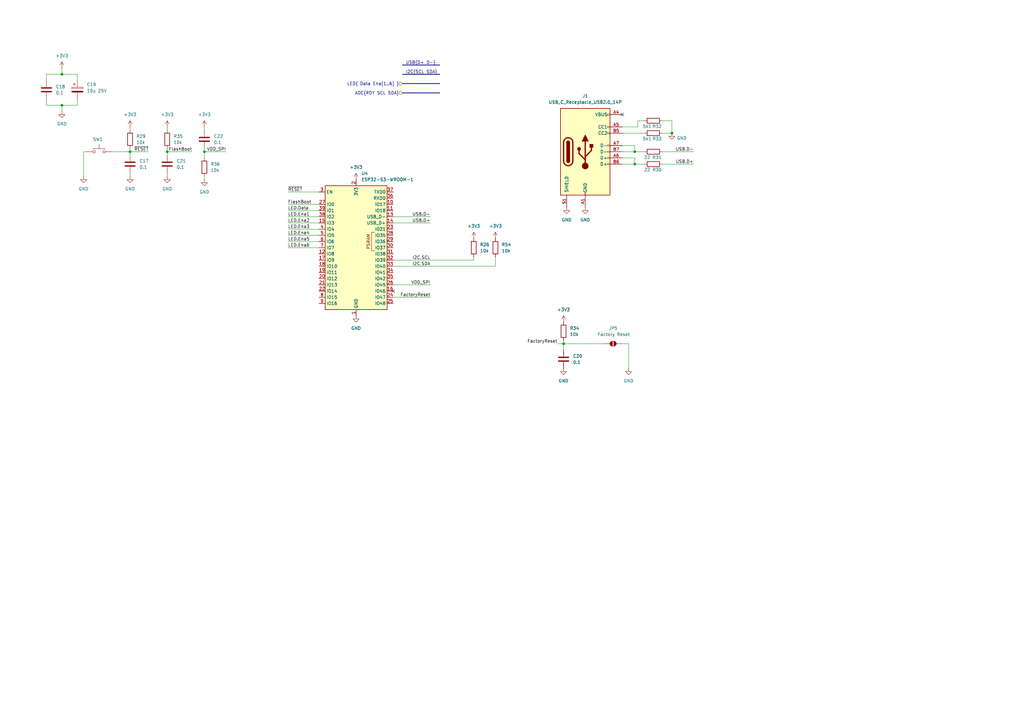
<source format=kicad_sch>
(kicad_sch
	(version 20250114)
	(generator "eeschema")
	(generator_version "9.0")
	(uuid "163b3340-9c4e-47bb-9845-fdf68a5cd787")
	(paper "A3")
	(lib_symbols
		(symbol "Connector:USB_C_Receptacle_USB2.0_14P"
			(pin_names
				(offset 1.016)
			)
			(exclude_from_sim no)
			(in_bom yes)
			(on_board yes)
			(property "Reference" "J"
				(at 0 22.225 0)
				(effects
					(font
						(size 1.27 1.27)
					)
				)
			)
			(property "Value" "USB_C_Receptacle_USB2.0_14P"
				(at 0 19.685 0)
				(effects
					(font
						(size 1.27 1.27)
					)
				)
			)
			(property "Footprint" ""
				(at 3.81 0 0)
				(effects
					(font
						(size 1.27 1.27)
					)
					(hide yes)
				)
			)
			(property "Datasheet" "https://www.usb.org/sites/default/files/documents/usb_type-c.zip"
				(at 3.81 0 0)
				(effects
					(font
						(size 1.27 1.27)
					)
					(hide yes)
				)
			)
			(property "Description" "USB 2.0-only 14P Type-C Receptacle connector"
				(at 0 0 0)
				(effects
					(font
						(size 1.27 1.27)
					)
					(hide yes)
				)
			)
			(property "ki_keywords" "usb universal serial bus type-C USB2.0"
				(at 0 0 0)
				(effects
					(font
						(size 1.27 1.27)
					)
					(hide yes)
				)
			)
			(property "ki_fp_filters" "USB*C*Receptacle*"
				(at 0 0 0)
				(effects
					(font
						(size 1.27 1.27)
					)
					(hide yes)
				)
			)
			(symbol "USB_C_Receptacle_USB2.0_14P_0_0"
				(rectangle
					(start -0.254 -17.78)
					(end 0.254 -16.764)
					(stroke
						(width 0)
						(type default)
					)
					(fill
						(type none)
					)
				)
				(rectangle
					(start 10.16 15.494)
					(end 9.144 14.986)
					(stroke
						(width 0)
						(type default)
					)
					(fill
						(type none)
					)
				)
				(rectangle
					(start 10.16 10.414)
					(end 9.144 9.906)
					(stroke
						(width 0)
						(type default)
					)
					(fill
						(type none)
					)
				)
				(rectangle
					(start 10.16 7.874)
					(end 9.144 7.366)
					(stroke
						(width 0)
						(type default)
					)
					(fill
						(type none)
					)
				)
				(rectangle
					(start 10.16 2.794)
					(end 9.144 2.286)
					(stroke
						(width 0)
						(type default)
					)
					(fill
						(type none)
					)
				)
				(rectangle
					(start 10.16 0.254)
					(end 9.144 -0.254)
					(stroke
						(width 0)
						(type default)
					)
					(fill
						(type none)
					)
				)
				(rectangle
					(start 10.16 -2.286)
					(end 9.144 -2.794)
					(stroke
						(width 0)
						(type default)
					)
					(fill
						(type none)
					)
				)
				(rectangle
					(start 10.16 -4.826)
					(end 9.144 -5.334)
					(stroke
						(width 0)
						(type default)
					)
					(fill
						(type none)
					)
				)
			)
			(symbol "USB_C_Receptacle_USB2.0_14P_0_1"
				(rectangle
					(start -10.16 17.78)
					(end 10.16 -17.78)
					(stroke
						(width 0.254)
						(type default)
					)
					(fill
						(type background)
					)
				)
				(polyline
					(pts
						(xy -8.89 -3.81) (xy -8.89 3.81)
					)
					(stroke
						(width 0.508)
						(type default)
					)
					(fill
						(type none)
					)
				)
				(rectangle
					(start -7.62 -3.81)
					(end -6.35 3.81)
					(stroke
						(width 0.254)
						(type default)
					)
					(fill
						(type outline)
					)
				)
				(arc
					(start -7.62 3.81)
					(mid -6.985 4.4423)
					(end -6.35 3.81)
					(stroke
						(width 0.254)
						(type default)
					)
					(fill
						(type none)
					)
				)
				(arc
					(start -7.62 3.81)
					(mid -6.985 4.4423)
					(end -6.35 3.81)
					(stroke
						(width 0.254)
						(type default)
					)
					(fill
						(type outline)
					)
				)
				(arc
					(start -8.89 3.81)
					(mid -6.985 5.7067)
					(end -5.08 3.81)
					(stroke
						(width 0.508)
						(type default)
					)
					(fill
						(type none)
					)
				)
				(arc
					(start -5.08 -3.81)
					(mid -6.985 -5.7067)
					(end -8.89 -3.81)
					(stroke
						(width 0.508)
						(type default)
					)
					(fill
						(type none)
					)
				)
				(arc
					(start -6.35 -3.81)
					(mid -6.985 -4.4423)
					(end -7.62 -3.81)
					(stroke
						(width 0.254)
						(type default)
					)
					(fill
						(type none)
					)
				)
				(arc
					(start -6.35 -3.81)
					(mid -6.985 -4.4423)
					(end -7.62 -3.81)
					(stroke
						(width 0.254)
						(type default)
					)
					(fill
						(type outline)
					)
				)
				(polyline
					(pts
						(xy -5.08 3.81) (xy -5.08 -3.81)
					)
					(stroke
						(width 0.508)
						(type default)
					)
					(fill
						(type none)
					)
				)
				(circle
					(center -2.54 1.143)
					(radius 0.635)
					(stroke
						(width 0.254)
						(type default)
					)
					(fill
						(type outline)
					)
				)
				(polyline
					(pts
						(xy -1.27 4.318) (xy 0 6.858) (xy 1.27 4.318) (xy -1.27 4.318)
					)
					(stroke
						(width 0.254)
						(type default)
					)
					(fill
						(type outline)
					)
				)
				(polyline
					(pts
						(xy 0 -2.032) (xy 2.54 0.508) (xy 2.54 1.778)
					)
					(stroke
						(width 0.508)
						(type default)
					)
					(fill
						(type none)
					)
				)
				(polyline
					(pts
						(xy 0 -3.302) (xy -2.54 -0.762) (xy -2.54 0.508)
					)
					(stroke
						(width 0.508)
						(type default)
					)
					(fill
						(type none)
					)
				)
				(polyline
					(pts
						(xy 0 -5.842) (xy 0 4.318)
					)
					(stroke
						(width 0.508)
						(type default)
					)
					(fill
						(type none)
					)
				)
				(circle
					(center 0 -5.842)
					(radius 1.27)
					(stroke
						(width 0)
						(type default)
					)
					(fill
						(type outline)
					)
				)
				(rectangle
					(start 1.905 1.778)
					(end 3.175 3.048)
					(stroke
						(width 0.254)
						(type default)
					)
					(fill
						(type outline)
					)
				)
			)
			(symbol "USB_C_Receptacle_USB2.0_14P_1_1"
				(pin passive line
					(at -7.62 -22.86 90)
					(length 5.08)
					(name "SHIELD"
						(effects
							(font
								(size 1.27 1.27)
							)
						)
					)
					(number "S1"
						(effects
							(font
								(size 1.27 1.27)
							)
						)
					)
				)
				(pin passive line
					(at 0 -22.86 90)
					(length 5.08)
					(name "GND"
						(effects
							(font
								(size 1.27 1.27)
							)
						)
					)
					(number "A1"
						(effects
							(font
								(size 1.27 1.27)
							)
						)
					)
				)
				(pin passive line
					(at 0 -22.86 90)
					(length 5.08)
					(hide yes)
					(name "GND"
						(effects
							(font
								(size 1.27 1.27)
							)
						)
					)
					(number "A12"
						(effects
							(font
								(size 1.27 1.27)
							)
						)
					)
				)
				(pin passive line
					(at 0 -22.86 90)
					(length 5.08)
					(hide yes)
					(name "GND"
						(effects
							(font
								(size 1.27 1.27)
							)
						)
					)
					(number "B1"
						(effects
							(font
								(size 1.27 1.27)
							)
						)
					)
				)
				(pin passive line
					(at 0 -22.86 90)
					(length 5.08)
					(hide yes)
					(name "GND"
						(effects
							(font
								(size 1.27 1.27)
							)
						)
					)
					(number "B12"
						(effects
							(font
								(size 1.27 1.27)
							)
						)
					)
				)
				(pin passive line
					(at 15.24 15.24 180)
					(length 5.08)
					(name "VBUS"
						(effects
							(font
								(size 1.27 1.27)
							)
						)
					)
					(number "A4"
						(effects
							(font
								(size 1.27 1.27)
							)
						)
					)
				)
				(pin passive line
					(at 15.24 15.24 180)
					(length 5.08)
					(hide yes)
					(name "VBUS"
						(effects
							(font
								(size 1.27 1.27)
							)
						)
					)
					(number "A9"
						(effects
							(font
								(size 1.27 1.27)
							)
						)
					)
				)
				(pin passive line
					(at 15.24 15.24 180)
					(length 5.08)
					(hide yes)
					(name "VBUS"
						(effects
							(font
								(size 1.27 1.27)
							)
						)
					)
					(number "B4"
						(effects
							(font
								(size 1.27 1.27)
							)
						)
					)
				)
				(pin passive line
					(at 15.24 15.24 180)
					(length 5.08)
					(hide yes)
					(name "VBUS"
						(effects
							(font
								(size 1.27 1.27)
							)
						)
					)
					(number "B9"
						(effects
							(font
								(size 1.27 1.27)
							)
						)
					)
				)
				(pin bidirectional line
					(at 15.24 10.16 180)
					(length 5.08)
					(name "CC1"
						(effects
							(font
								(size 1.27 1.27)
							)
						)
					)
					(number "A5"
						(effects
							(font
								(size 1.27 1.27)
							)
						)
					)
				)
				(pin bidirectional line
					(at 15.24 7.62 180)
					(length 5.08)
					(name "CC2"
						(effects
							(font
								(size 1.27 1.27)
							)
						)
					)
					(number "B5"
						(effects
							(font
								(size 1.27 1.27)
							)
						)
					)
				)
				(pin bidirectional line
					(at 15.24 2.54 180)
					(length 5.08)
					(name "D-"
						(effects
							(font
								(size 1.27 1.27)
							)
						)
					)
					(number "A7"
						(effects
							(font
								(size 1.27 1.27)
							)
						)
					)
				)
				(pin bidirectional line
					(at 15.24 0 180)
					(length 5.08)
					(name "D-"
						(effects
							(font
								(size 1.27 1.27)
							)
						)
					)
					(number "B7"
						(effects
							(font
								(size 1.27 1.27)
							)
						)
					)
				)
				(pin bidirectional line
					(at 15.24 -2.54 180)
					(length 5.08)
					(name "D+"
						(effects
							(font
								(size 1.27 1.27)
							)
						)
					)
					(number "A6"
						(effects
							(font
								(size 1.27 1.27)
							)
						)
					)
				)
				(pin bidirectional line
					(at 15.24 -5.08 180)
					(length 5.08)
					(name "D+"
						(effects
							(font
								(size 1.27 1.27)
							)
						)
					)
					(number "B6"
						(effects
							(font
								(size 1.27 1.27)
							)
						)
					)
				)
			)
			(embedded_fonts no)
		)
		(symbol "Device:C"
			(pin_numbers
				(hide yes)
			)
			(pin_names
				(offset 0.254)
			)
			(exclude_from_sim no)
			(in_bom yes)
			(on_board yes)
			(property "Reference" "C"
				(at 0.635 2.54 0)
				(effects
					(font
						(size 1.27 1.27)
					)
					(justify left)
				)
			)
			(property "Value" "C"
				(at 0.635 -2.54 0)
				(effects
					(font
						(size 1.27 1.27)
					)
					(justify left)
				)
			)
			(property "Footprint" ""
				(at 0.9652 -3.81 0)
				(effects
					(font
						(size 1.27 1.27)
					)
					(hide yes)
				)
			)
			(property "Datasheet" "~"
				(at 0 0 0)
				(effects
					(font
						(size 1.27 1.27)
					)
					(hide yes)
				)
			)
			(property "Description" "Unpolarized capacitor"
				(at 0 0 0)
				(effects
					(font
						(size 1.27 1.27)
					)
					(hide yes)
				)
			)
			(property "ki_keywords" "cap capacitor"
				(at 0 0 0)
				(effects
					(font
						(size 1.27 1.27)
					)
					(hide yes)
				)
			)
			(property "ki_fp_filters" "C_*"
				(at 0 0 0)
				(effects
					(font
						(size 1.27 1.27)
					)
					(hide yes)
				)
			)
			(symbol "C_0_1"
				(polyline
					(pts
						(xy -2.032 0.762) (xy 2.032 0.762)
					)
					(stroke
						(width 0.508)
						(type default)
					)
					(fill
						(type none)
					)
				)
				(polyline
					(pts
						(xy -2.032 -0.762) (xy 2.032 -0.762)
					)
					(stroke
						(width 0.508)
						(type default)
					)
					(fill
						(type none)
					)
				)
			)
			(symbol "C_1_1"
				(pin passive line
					(at 0 3.81 270)
					(length 2.794)
					(name "~"
						(effects
							(font
								(size 1.27 1.27)
							)
						)
					)
					(number "1"
						(effects
							(font
								(size 1.27 1.27)
							)
						)
					)
				)
				(pin passive line
					(at 0 -3.81 90)
					(length 2.794)
					(name "~"
						(effects
							(font
								(size 1.27 1.27)
							)
						)
					)
					(number "2"
						(effects
							(font
								(size 1.27 1.27)
							)
						)
					)
				)
			)
			(embedded_fonts no)
		)
		(symbol "Device:C_Polarized"
			(pin_numbers
				(hide yes)
			)
			(pin_names
				(offset 0.254)
			)
			(exclude_from_sim no)
			(in_bom yes)
			(on_board yes)
			(property "Reference" "C"
				(at 0.635 2.54 0)
				(effects
					(font
						(size 1.27 1.27)
					)
					(justify left)
				)
			)
			(property "Value" "C_Polarized"
				(at 0.635 -2.54 0)
				(effects
					(font
						(size 1.27 1.27)
					)
					(justify left)
				)
			)
			(property "Footprint" ""
				(at 0.9652 -3.81 0)
				(effects
					(font
						(size 1.27 1.27)
					)
					(hide yes)
				)
			)
			(property "Datasheet" "~"
				(at 0 0 0)
				(effects
					(font
						(size 1.27 1.27)
					)
					(hide yes)
				)
			)
			(property "Description" "Polarized capacitor"
				(at 0 0 0)
				(effects
					(font
						(size 1.27 1.27)
					)
					(hide yes)
				)
			)
			(property "ki_keywords" "cap capacitor"
				(at 0 0 0)
				(effects
					(font
						(size 1.27 1.27)
					)
					(hide yes)
				)
			)
			(property "ki_fp_filters" "CP_*"
				(at 0 0 0)
				(effects
					(font
						(size 1.27 1.27)
					)
					(hide yes)
				)
			)
			(symbol "C_Polarized_0_1"
				(rectangle
					(start -2.286 0.508)
					(end 2.286 1.016)
					(stroke
						(width 0)
						(type default)
					)
					(fill
						(type none)
					)
				)
				(polyline
					(pts
						(xy -1.778 2.286) (xy -0.762 2.286)
					)
					(stroke
						(width 0)
						(type default)
					)
					(fill
						(type none)
					)
				)
				(polyline
					(pts
						(xy -1.27 2.794) (xy -1.27 1.778)
					)
					(stroke
						(width 0)
						(type default)
					)
					(fill
						(type none)
					)
				)
				(rectangle
					(start 2.286 -0.508)
					(end -2.286 -1.016)
					(stroke
						(width 0)
						(type default)
					)
					(fill
						(type outline)
					)
				)
			)
			(symbol "C_Polarized_1_1"
				(pin passive line
					(at 0 3.81 270)
					(length 2.794)
					(name "~"
						(effects
							(font
								(size 1.27 1.27)
							)
						)
					)
					(number "1"
						(effects
							(font
								(size 1.27 1.27)
							)
						)
					)
				)
				(pin passive line
					(at 0 -3.81 90)
					(length 2.794)
					(name "~"
						(effects
							(font
								(size 1.27 1.27)
							)
						)
					)
					(number "2"
						(effects
							(font
								(size 1.27 1.27)
							)
						)
					)
				)
			)
			(embedded_fonts no)
		)
		(symbol "Device:R"
			(pin_numbers
				(hide yes)
			)
			(pin_names
				(offset 0)
			)
			(exclude_from_sim no)
			(in_bom yes)
			(on_board yes)
			(property "Reference" "R"
				(at 2.032 0 90)
				(effects
					(font
						(size 1.27 1.27)
					)
				)
			)
			(property "Value" "R"
				(at 0 0 90)
				(effects
					(font
						(size 1.27 1.27)
					)
				)
			)
			(property "Footprint" ""
				(at -1.778 0 90)
				(effects
					(font
						(size 1.27 1.27)
					)
					(hide yes)
				)
			)
			(property "Datasheet" "~"
				(at 0 0 0)
				(effects
					(font
						(size 1.27 1.27)
					)
					(hide yes)
				)
			)
			(property "Description" "Resistor"
				(at 0 0 0)
				(effects
					(font
						(size 1.27 1.27)
					)
					(hide yes)
				)
			)
			(property "ki_keywords" "R res resistor"
				(at 0 0 0)
				(effects
					(font
						(size 1.27 1.27)
					)
					(hide yes)
				)
			)
			(property "ki_fp_filters" "R_*"
				(at 0 0 0)
				(effects
					(font
						(size 1.27 1.27)
					)
					(hide yes)
				)
			)
			(symbol "R_0_1"
				(rectangle
					(start -1.016 -2.54)
					(end 1.016 2.54)
					(stroke
						(width 0.254)
						(type default)
					)
					(fill
						(type none)
					)
				)
			)
			(symbol "R_1_1"
				(pin passive line
					(at 0 3.81 270)
					(length 1.27)
					(name "~"
						(effects
							(font
								(size 1.27 1.27)
							)
						)
					)
					(number "1"
						(effects
							(font
								(size 1.27 1.27)
							)
						)
					)
				)
				(pin passive line
					(at 0 -3.81 90)
					(length 1.27)
					(name "~"
						(effects
							(font
								(size 1.27 1.27)
							)
						)
					)
					(number "2"
						(effects
							(font
								(size 1.27 1.27)
							)
						)
					)
				)
			)
			(embedded_fonts no)
		)
		(symbol "Jumper:SolderJumper_2_Open"
			(pin_numbers
				(hide yes)
			)
			(pin_names
				(offset 0)
				(hide yes)
			)
			(exclude_from_sim no)
			(in_bom no)
			(on_board yes)
			(property "Reference" "JP"
				(at 0 2.032 0)
				(effects
					(font
						(size 1.27 1.27)
					)
				)
			)
			(property "Value" "SolderJumper_2_Open"
				(at 0 -2.54 0)
				(effects
					(font
						(size 1.27 1.27)
					)
				)
			)
			(property "Footprint" ""
				(at 0 0 0)
				(effects
					(font
						(size 1.27 1.27)
					)
					(hide yes)
				)
			)
			(property "Datasheet" "~"
				(at 0 0 0)
				(effects
					(font
						(size 1.27 1.27)
					)
					(hide yes)
				)
			)
			(property "Description" "Solder Jumper, 2-pole, open"
				(at 0 0 0)
				(effects
					(font
						(size 1.27 1.27)
					)
					(hide yes)
				)
			)
			(property "ki_keywords" "solder jumper SPST"
				(at 0 0 0)
				(effects
					(font
						(size 1.27 1.27)
					)
					(hide yes)
				)
			)
			(property "ki_fp_filters" "SolderJumper*Open*"
				(at 0 0 0)
				(effects
					(font
						(size 1.27 1.27)
					)
					(hide yes)
				)
			)
			(symbol "SolderJumper_2_Open_0_1"
				(polyline
					(pts
						(xy -0.254 1.016) (xy -0.254 -1.016)
					)
					(stroke
						(width 0)
						(type default)
					)
					(fill
						(type none)
					)
				)
				(arc
					(start -0.254 -1.016)
					(mid -1.2656 0)
					(end -0.254 1.016)
					(stroke
						(width 0)
						(type default)
					)
					(fill
						(type none)
					)
				)
				(arc
					(start -0.254 -1.016)
					(mid -1.2656 0)
					(end -0.254 1.016)
					(stroke
						(width 0)
						(type default)
					)
					(fill
						(type outline)
					)
				)
				(arc
					(start 0.254 1.016)
					(mid 1.2656 0)
					(end 0.254 -1.016)
					(stroke
						(width 0)
						(type default)
					)
					(fill
						(type none)
					)
				)
				(arc
					(start 0.254 1.016)
					(mid 1.2656 0)
					(end 0.254 -1.016)
					(stroke
						(width 0)
						(type default)
					)
					(fill
						(type outline)
					)
				)
				(polyline
					(pts
						(xy 0.254 1.016) (xy 0.254 -1.016)
					)
					(stroke
						(width 0)
						(type default)
					)
					(fill
						(type none)
					)
				)
			)
			(symbol "SolderJumper_2_Open_1_1"
				(pin passive line
					(at -3.81 0 0)
					(length 2.54)
					(name "A"
						(effects
							(font
								(size 1.27 1.27)
							)
						)
					)
					(number "1"
						(effects
							(font
								(size 1.27 1.27)
							)
						)
					)
				)
				(pin passive line
					(at 3.81 0 180)
					(length 2.54)
					(name "B"
						(effects
							(font
								(size 1.27 1.27)
							)
						)
					)
					(number "2"
						(effects
							(font
								(size 1.27 1.27)
							)
						)
					)
				)
			)
			(embedded_fonts no)
		)
		(symbol "RF_Module:ESP32-S3-WROOM-1"
			(exclude_from_sim no)
			(in_bom yes)
			(on_board yes)
			(property "Reference" "U"
				(at -12.7 26.67 0)
				(effects
					(font
						(size 1.27 1.27)
					)
				)
			)
			(property "Value" "ESP32-S3-WROOM-1"
				(at 12.7 26.67 0)
				(effects
					(font
						(size 1.27 1.27)
					)
				)
			)
			(property "Footprint" "RF_Module:ESP32-S3-WROOM-1"
				(at 0 2.54 0)
				(effects
					(font
						(size 1.27 1.27)
					)
					(hide yes)
				)
			)
			(property "Datasheet" "https://www.espressif.com/sites/default/files/documentation/esp32-s3-wroom-1_wroom-1u_datasheet_en.pdf"
				(at 0 0 0)
				(effects
					(font
						(size 1.27 1.27)
					)
					(hide yes)
				)
			)
			(property "Description" "RF Module, ESP32-S3 SoC, Wi-Fi 802.11b/g/n, Bluetooth, BLE, 32-bit, 3.3V, onboard antenna, SMD"
				(at 0 0 0)
				(effects
					(font
						(size 1.27 1.27)
					)
					(hide yes)
				)
			)
			(property "ki_keywords" "RF Radio BT ESP ESP32-S3 Espressif onboard PCB antenna"
				(at 0 0 0)
				(effects
					(font
						(size 1.27 1.27)
					)
					(hide yes)
				)
			)
			(property "ki_fp_filters" "ESP32?S3?WROOM?1*"
				(at 0 0 0)
				(effects
					(font
						(size 1.27 1.27)
					)
					(hide yes)
				)
			)
			(symbol "ESP32-S3-WROOM-1_0_0"
				(rectangle
					(start -12.7 25.4)
					(end 12.7 -25.4)
					(stroke
						(width 0.254)
						(type default)
					)
					(fill
						(type background)
					)
				)
				(text "PSRAM"
					(at 5.08 2.54 900)
					(effects
						(font
							(size 1.27 1.27)
						)
					)
				)
			)
			(symbol "ESP32-S3-WROOM-1_0_1"
				(polyline
					(pts
						(xy 7.62 -1.27) (xy 6.35 -1.27) (xy 6.35 6.35) (xy 7.62 6.35)
					)
					(stroke
						(width 0)
						(type default)
					)
					(fill
						(type none)
					)
				)
			)
			(symbol "ESP32-S3-WROOM-1_1_1"
				(pin input line
					(at -15.24 22.86 0)
					(length 2.54)
					(name "EN"
						(effects
							(font
								(size 1.27 1.27)
							)
						)
					)
					(number "3"
						(effects
							(font
								(size 1.27 1.27)
							)
						)
					)
				)
				(pin bidirectional line
					(at -15.24 17.78 0)
					(length 2.54)
					(name "IO0"
						(effects
							(font
								(size 1.27 1.27)
							)
						)
					)
					(number "27"
						(effects
							(font
								(size 1.27 1.27)
							)
						)
					)
				)
				(pin bidirectional line
					(at -15.24 15.24 0)
					(length 2.54)
					(name "IO1"
						(effects
							(font
								(size 1.27 1.27)
							)
						)
					)
					(number "39"
						(effects
							(font
								(size 1.27 1.27)
							)
						)
					)
				)
				(pin bidirectional line
					(at -15.24 12.7 0)
					(length 2.54)
					(name "IO2"
						(effects
							(font
								(size 1.27 1.27)
							)
						)
					)
					(number "38"
						(effects
							(font
								(size 1.27 1.27)
							)
						)
					)
				)
				(pin bidirectional line
					(at -15.24 10.16 0)
					(length 2.54)
					(name "IO3"
						(effects
							(font
								(size 1.27 1.27)
							)
						)
					)
					(number "15"
						(effects
							(font
								(size 1.27 1.27)
							)
						)
					)
				)
				(pin bidirectional line
					(at -15.24 7.62 0)
					(length 2.54)
					(name "IO4"
						(effects
							(font
								(size 1.27 1.27)
							)
						)
					)
					(number "4"
						(effects
							(font
								(size 1.27 1.27)
							)
						)
					)
				)
				(pin bidirectional line
					(at -15.24 5.08 0)
					(length 2.54)
					(name "IO5"
						(effects
							(font
								(size 1.27 1.27)
							)
						)
					)
					(number "5"
						(effects
							(font
								(size 1.27 1.27)
							)
						)
					)
				)
				(pin bidirectional line
					(at -15.24 2.54 0)
					(length 2.54)
					(name "IO6"
						(effects
							(font
								(size 1.27 1.27)
							)
						)
					)
					(number "6"
						(effects
							(font
								(size 1.27 1.27)
							)
						)
					)
				)
				(pin bidirectional line
					(at -15.24 0 0)
					(length 2.54)
					(name "IO7"
						(effects
							(font
								(size 1.27 1.27)
							)
						)
					)
					(number "7"
						(effects
							(font
								(size 1.27 1.27)
							)
						)
					)
				)
				(pin bidirectional line
					(at -15.24 -2.54 0)
					(length 2.54)
					(name "IO8"
						(effects
							(font
								(size 1.27 1.27)
							)
						)
					)
					(number "12"
						(effects
							(font
								(size 1.27 1.27)
							)
						)
					)
				)
				(pin bidirectional line
					(at -15.24 -5.08 0)
					(length 2.54)
					(name "IO9"
						(effects
							(font
								(size 1.27 1.27)
							)
						)
					)
					(number "17"
						(effects
							(font
								(size 1.27 1.27)
							)
						)
					)
				)
				(pin bidirectional line
					(at -15.24 -7.62 0)
					(length 2.54)
					(name "IO10"
						(effects
							(font
								(size 1.27 1.27)
							)
						)
					)
					(number "18"
						(effects
							(font
								(size 1.27 1.27)
							)
						)
					)
				)
				(pin bidirectional line
					(at -15.24 -10.16 0)
					(length 2.54)
					(name "IO11"
						(effects
							(font
								(size 1.27 1.27)
							)
						)
					)
					(number "19"
						(effects
							(font
								(size 1.27 1.27)
							)
						)
					)
				)
				(pin bidirectional line
					(at -15.24 -12.7 0)
					(length 2.54)
					(name "IO12"
						(effects
							(font
								(size 1.27 1.27)
							)
						)
					)
					(number "20"
						(effects
							(font
								(size 1.27 1.27)
							)
						)
					)
				)
				(pin bidirectional line
					(at -15.24 -15.24 0)
					(length 2.54)
					(name "IO13"
						(effects
							(font
								(size 1.27 1.27)
							)
						)
					)
					(number "21"
						(effects
							(font
								(size 1.27 1.27)
							)
						)
					)
				)
				(pin bidirectional line
					(at -15.24 -17.78 0)
					(length 2.54)
					(name "IO14"
						(effects
							(font
								(size 1.27 1.27)
							)
						)
					)
					(number "22"
						(effects
							(font
								(size 1.27 1.27)
							)
						)
					)
				)
				(pin bidirectional line
					(at -15.24 -20.32 0)
					(length 2.54)
					(name "IO15"
						(effects
							(font
								(size 1.27 1.27)
							)
						)
					)
					(number "8"
						(effects
							(font
								(size 1.27 1.27)
							)
						)
					)
				)
				(pin bidirectional line
					(at -15.24 -22.86 0)
					(length 2.54)
					(name "IO16"
						(effects
							(font
								(size 1.27 1.27)
							)
						)
					)
					(number "9"
						(effects
							(font
								(size 1.27 1.27)
							)
						)
					)
				)
				(pin power_in line
					(at 0 27.94 270)
					(length 2.54)
					(name "3V3"
						(effects
							(font
								(size 1.27 1.27)
							)
						)
					)
					(number "2"
						(effects
							(font
								(size 1.27 1.27)
							)
						)
					)
				)
				(pin power_in line
					(at 0 -27.94 90)
					(length 2.54)
					(name "GND"
						(effects
							(font
								(size 1.27 1.27)
							)
						)
					)
					(number "1"
						(effects
							(font
								(size 1.27 1.27)
							)
						)
					)
				)
				(pin passive line
					(at 0 -27.94 90)
					(length 2.54)
					(hide yes)
					(name "GND"
						(effects
							(font
								(size 1.27 1.27)
							)
						)
					)
					(number "40"
						(effects
							(font
								(size 1.27 1.27)
							)
						)
					)
				)
				(pin passive line
					(at 0 -27.94 90)
					(length 2.54)
					(hide yes)
					(name "GND"
						(effects
							(font
								(size 1.27 1.27)
							)
						)
					)
					(number "41"
						(effects
							(font
								(size 1.27 1.27)
							)
						)
					)
				)
				(pin bidirectional line
					(at 15.24 22.86 180)
					(length 2.54)
					(name "TXD0"
						(effects
							(font
								(size 1.27 1.27)
							)
						)
					)
					(number "37"
						(effects
							(font
								(size 1.27 1.27)
							)
						)
					)
				)
				(pin bidirectional line
					(at 15.24 20.32 180)
					(length 2.54)
					(name "RXD0"
						(effects
							(font
								(size 1.27 1.27)
							)
						)
					)
					(number "36"
						(effects
							(font
								(size 1.27 1.27)
							)
						)
					)
				)
				(pin bidirectional line
					(at 15.24 17.78 180)
					(length 2.54)
					(name "IO17"
						(effects
							(font
								(size 1.27 1.27)
							)
						)
					)
					(number "10"
						(effects
							(font
								(size 1.27 1.27)
							)
						)
					)
				)
				(pin bidirectional line
					(at 15.24 15.24 180)
					(length 2.54)
					(name "IO18"
						(effects
							(font
								(size 1.27 1.27)
							)
						)
					)
					(number "11"
						(effects
							(font
								(size 1.27 1.27)
							)
						)
					)
				)
				(pin bidirectional line
					(at 15.24 12.7 180)
					(length 2.54)
					(name "USB_D-"
						(effects
							(font
								(size 1.27 1.27)
							)
						)
					)
					(number "13"
						(effects
							(font
								(size 1.27 1.27)
							)
						)
					)
					(alternate "IO19" bidirectional line)
				)
				(pin bidirectional line
					(at 15.24 10.16 180)
					(length 2.54)
					(name "USB_D+"
						(effects
							(font
								(size 1.27 1.27)
							)
						)
					)
					(number "14"
						(effects
							(font
								(size 1.27 1.27)
							)
						)
					)
					(alternate "IO20" bidirectional line)
				)
				(pin bidirectional line
					(at 15.24 7.62 180)
					(length 2.54)
					(name "IO21"
						(effects
							(font
								(size 1.27 1.27)
							)
						)
					)
					(number "23"
						(effects
							(font
								(size 1.27 1.27)
							)
						)
					)
				)
				(pin bidirectional line
					(at 15.24 5.08 180)
					(length 2.54)
					(name "IO35"
						(effects
							(font
								(size 1.27 1.27)
							)
						)
					)
					(number "28"
						(effects
							(font
								(size 1.27 1.27)
							)
						)
					)
				)
				(pin bidirectional line
					(at 15.24 2.54 180)
					(length 2.54)
					(name "IO36"
						(effects
							(font
								(size 1.27 1.27)
							)
						)
					)
					(number "29"
						(effects
							(font
								(size 1.27 1.27)
							)
						)
					)
				)
				(pin bidirectional line
					(at 15.24 0 180)
					(length 2.54)
					(name "IO37"
						(effects
							(font
								(size 1.27 1.27)
							)
						)
					)
					(number "30"
						(effects
							(font
								(size 1.27 1.27)
							)
						)
					)
				)
				(pin bidirectional line
					(at 15.24 -2.54 180)
					(length 2.54)
					(name "IO38"
						(effects
							(font
								(size 1.27 1.27)
							)
						)
					)
					(number "31"
						(effects
							(font
								(size 1.27 1.27)
							)
						)
					)
				)
				(pin bidirectional line
					(at 15.24 -5.08 180)
					(length 2.54)
					(name "IO39"
						(effects
							(font
								(size 1.27 1.27)
							)
						)
					)
					(number "32"
						(effects
							(font
								(size 1.27 1.27)
							)
						)
					)
				)
				(pin bidirectional line
					(at 15.24 -7.62 180)
					(length 2.54)
					(name "IO40"
						(effects
							(font
								(size 1.27 1.27)
							)
						)
					)
					(number "33"
						(effects
							(font
								(size 1.27 1.27)
							)
						)
					)
				)
				(pin bidirectional line
					(at 15.24 -10.16 180)
					(length 2.54)
					(name "IO41"
						(effects
							(font
								(size 1.27 1.27)
							)
						)
					)
					(number "34"
						(effects
							(font
								(size 1.27 1.27)
							)
						)
					)
				)
				(pin bidirectional line
					(at 15.24 -12.7 180)
					(length 2.54)
					(name "IO42"
						(effects
							(font
								(size 1.27 1.27)
							)
						)
					)
					(number "35"
						(effects
							(font
								(size 1.27 1.27)
							)
						)
					)
				)
				(pin bidirectional line
					(at 15.24 -15.24 180)
					(length 2.54)
					(name "IO45"
						(effects
							(font
								(size 1.27 1.27)
							)
						)
					)
					(number "26"
						(effects
							(font
								(size 1.27 1.27)
							)
						)
					)
				)
				(pin bidirectional line
					(at 15.24 -17.78 180)
					(length 2.54)
					(name "IO46"
						(effects
							(font
								(size 1.27 1.27)
							)
						)
					)
					(number "16"
						(effects
							(font
								(size 1.27 1.27)
							)
						)
					)
				)
				(pin bidirectional line
					(at 15.24 -20.32 180)
					(length 2.54)
					(name "IO47"
						(effects
							(font
								(size 1.27 1.27)
							)
						)
					)
					(number "24"
						(effects
							(font
								(size 1.27 1.27)
							)
						)
					)
				)
				(pin bidirectional line
					(at 15.24 -22.86 180)
					(length 2.54)
					(name "IO48"
						(effects
							(font
								(size 1.27 1.27)
							)
						)
					)
					(number "25"
						(effects
							(font
								(size 1.27 1.27)
							)
						)
					)
				)
			)
			(embedded_fonts no)
		)
		(symbol "Switch:SW_Push"
			(pin_numbers
				(hide yes)
			)
			(pin_names
				(offset 1.016)
				(hide yes)
			)
			(exclude_from_sim no)
			(in_bom yes)
			(on_board yes)
			(property "Reference" "SW"
				(at 1.27 2.54 0)
				(effects
					(font
						(size 1.27 1.27)
					)
					(justify left)
				)
			)
			(property "Value" "SW_Push"
				(at 0 -1.524 0)
				(effects
					(font
						(size 1.27 1.27)
					)
				)
			)
			(property "Footprint" ""
				(at 0 5.08 0)
				(effects
					(font
						(size 1.27 1.27)
					)
					(hide yes)
				)
			)
			(property "Datasheet" "~"
				(at 0 5.08 0)
				(effects
					(font
						(size 1.27 1.27)
					)
					(hide yes)
				)
			)
			(property "Description" "Push button switch, generic, two pins"
				(at 0 0 0)
				(effects
					(font
						(size 1.27 1.27)
					)
					(hide yes)
				)
			)
			(property "ki_keywords" "switch normally-open pushbutton push-button"
				(at 0 0 0)
				(effects
					(font
						(size 1.27 1.27)
					)
					(hide yes)
				)
			)
			(symbol "SW_Push_0_1"
				(circle
					(center -2.032 0)
					(radius 0.508)
					(stroke
						(width 0)
						(type default)
					)
					(fill
						(type none)
					)
				)
				(polyline
					(pts
						(xy 0 1.27) (xy 0 3.048)
					)
					(stroke
						(width 0)
						(type default)
					)
					(fill
						(type none)
					)
				)
				(circle
					(center 2.032 0)
					(radius 0.508)
					(stroke
						(width 0)
						(type default)
					)
					(fill
						(type none)
					)
				)
				(polyline
					(pts
						(xy 2.54 1.27) (xy -2.54 1.27)
					)
					(stroke
						(width 0)
						(type default)
					)
					(fill
						(type none)
					)
				)
				(pin passive line
					(at -5.08 0 0)
					(length 2.54)
					(name "1"
						(effects
							(font
								(size 1.27 1.27)
							)
						)
					)
					(number "1"
						(effects
							(font
								(size 1.27 1.27)
							)
						)
					)
				)
				(pin passive line
					(at 5.08 0 180)
					(length 2.54)
					(name "2"
						(effects
							(font
								(size 1.27 1.27)
							)
						)
					)
					(number "2"
						(effects
							(font
								(size 1.27 1.27)
							)
						)
					)
				)
			)
			(embedded_fonts no)
		)
		(symbol "power:+3V3"
			(power)
			(pin_numbers
				(hide yes)
			)
			(pin_names
				(offset 0)
				(hide yes)
			)
			(exclude_from_sim no)
			(in_bom yes)
			(on_board yes)
			(property "Reference" "#PWR"
				(at 0 -3.81 0)
				(effects
					(font
						(size 1.27 1.27)
					)
					(hide yes)
				)
			)
			(property "Value" "+3V3"
				(at 0 3.556 0)
				(effects
					(font
						(size 1.27 1.27)
					)
				)
			)
			(property "Footprint" ""
				(at 0 0 0)
				(effects
					(font
						(size 1.27 1.27)
					)
					(hide yes)
				)
			)
			(property "Datasheet" ""
				(at 0 0 0)
				(effects
					(font
						(size 1.27 1.27)
					)
					(hide yes)
				)
			)
			(property "Description" "Power symbol creates a global label with name \"+3V3\""
				(at 0 0 0)
				(effects
					(font
						(size 1.27 1.27)
					)
					(hide yes)
				)
			)
			(property "ki_keywords" "global power"
				(at 0 0 0)
				(effects
					(font
						(size 1.27 1.27)
					)
					(hide yes)
				)
			)
			(symbol "+3V3_0_1"
				(polyline
					(pts
						(xy -0.762 1.27) (xy 0 2.54)
					)
					(stroke
						(width 0)
						(type default)
					)
					(fill
						(type none)
					)
				)
				(polyline
					(pts
						(xy 0 2.54) (xy 0.762 1.27)
					)
					(stroke
						(width 0)
						(type default)
					)
					(fill
						(type none)
					)
				)
				(polyline
					(pts
						(xy 0 0) (xy 0 2.54)
					)
					(stroke
						(width 0)
						(type default)
					)
					(fill
						(type none)
					)
				)
			)
			(symbol "+3V3_1_1"
				(pin power_in line
					(at 0 0 90)
					(length 0)
					(name "~"
						(effects
							(font
								(size 1.27 1.27)
							)
						)
					)
					(number "1"
						(effects
							(font
								(size 1.27 1.27)
							)
						)
					)
				)
			)
			(embedded_fonts no)
		)
		(symbol "power:GND"
			(power)
			(pin_numbers
				(hide yes)
			)
			(pin_names
				(offset 0)
				(hide yes)
			)
			(exclude_from_sim no)
			(in_bom yes)
			(on_board yes)
			(property "Reference" "#PWR"
				(at 0 -6.35 0)
				(effects
					(font
						(size 1.27 1.27)
					)
					(hide yes)
				)
			)
			(property "Value" "GND"
				(at 0 -3.81 0)
				(effects
					(font
						(size 1.27 1.27)
					)
				)
			)
			(property "Footprint" ""
				(at 0 0 0)
				(effects
					(font
						(size 1.27 1.27)
					)
					(hide yes)
				)
			)
			(property "Datasheet" ""
				(at 0 0 0)
				(effects
					(font
						(size 1.27 1.27)
					)
					(hide yes)
				)
			)
			(property "Description" "Power symbol creates a global label with name \"GND\" , ground"
				(at 0 0 0)
				(effects
					(font
						(size 1.27 1.27)
					)
					(hide yes)
				)
			)
			(property "ki_keywords" "global power"
				(at 0 0 0)
				(effects
					(font
						(size 1.27 1.27)
					)
					(hide yes)
				)
			)
			(symbol "GND_0_1"
				(polyline
					(pts
						(xy 0 0) (xy 0 -1.27) (xy 1.27 -1.27) (xy 0 -2.54) (xy -1.27 -1.27) (xy 0 -1.27)
					)
					(stroke
						(width 0)
						(type default)
					)
					(fill
						(type none)
					)
				)
			)
			(symbol "GND_1_1"
				(pin power_in line
					(at 0 0 270)
					(length 0)
					(name "~"
						(effects
							(font
								(size 1.27 1.27)
							)
						)
					)
					(number "1"
						(effects
							(font
								(size 1.27 1.27)
							)
						)
					)
				)
			)
			(embedded_fonts no)
		)
	)
	(junction
		(at 231.14 140.97)
		(diameter 0)
		(color 0 0 0 0)
		(uuid "073e80b9-ddb4-493d-a302-fef1202ad51e")
	)
	(junction
		(at 260.35 62.23)
		(diameter 0)
		(color 0 0 0 0)
		(uuid "1598b63c-ce41-4fe8-9375-d656f4ca66a2")
	)
	(junction
		(at 275.59 54.61)
		(diameter 0)
		(color 0 0 0 0)
		(uuid "4f8d6abb-0054-49be-93a1-26f216603b8f")
	)
	(junction
		(at 25.4 43.18)
		(diameter 0)
		(color 0 0 0 0)
		(uuid "88a7fad1-b758-47e9-998e-68619f64dc8e")
	)
	(junction
		(at 260.35 67.31)
		(diameter 0)
		(color 0 0 0 0)
		(uuid "8af81195-7ba3-4d88-8a32-68326fe74def")
	)
	(junction
		(at 25.4 30.48)
		(diameter 0)
		(color 0 0 0 0)
		(uuid "8de994eb-3ddd-45c5-8e33-a68d63786752")
	)
	(junction
		(at 53.34 62.23)
		(diameter 0)
		(color 0 0 0 0)
		(uuid "9aa7215d-a178-4b00-8727-b531e46817a0")
	)
	(junction
		(at 68.58 62.23)
		(diameter 0)
		(color 0 0 0 0)
		(uuid "d9c688c1-b17c-40d2-aa1d-13e4d7747ced")
	)
	(junction
		(at 83.82 62.23)
		(diameter 0)
		(color 0 0 0 0)
		(uuid "ec54cfe6-6dde-4a24-aa21-75f8d7fbec44")
	)
	(no_connect
		(at 255.27 46.99)
		(uuid "703a3154-9d2f-4213-b416-31ee5b75003f")
	)
	(no_connect
		(at 161.29 119.38)
		(uuid "bc43b3a4-1261-4379-8d8c-ceeaea5cdd55")
	)
	(wire
		(pts
			(xy 53.34 62.23) (xy 53.34 63.5)
		)
		(stroke
			(width 0)
			(type default)
		)
		(uuid "0387c568-c014-47b3-ba4c-280cf9e9451e")
	)
	(wire
		(pts
			(xy 118.11 93.98) (xy 130.81 93.98)
		)
		(stroke
			(width 0)
			(type default)
		)
		(uuid "0941ea26-fb17-4ca7-bcb6-25eb9634a0eb")
	)
	(wire
		(pts
			(xy 25.4 43.18) (xy 25.4 45.72)
		)
		(stroke
			(width 0)
			(type default)
		)
		(uuid "1256ea28-516f-4436-a64a-4b15f8e4ee31")
	)
	(bus
		(pts
			(xy 165.1 34.29) (xy 180.34 34.29)
		)
		(stroke
			(width 0)
			(type default)
		)
		(uuid "156be55c-feb9-4008-a4aa-97bd07d9fc6e")
	)
	(wire
		(pts
			(xy 176.53 121.92) (xy 161.29 121.92)
		)
		(stroke
			(width 0)
			(type default)
		)
		(uuid "159d7ea5-cb77-47ba-bd3c-4be4c86d9213")
	)
	(wire
		(pts
			(xy 284.48 62.23) (xy 271.78 62.23)
		)
		(stroke
			(width 0)
			(type default)
		)
		(uuid "18f5d4f9-b5f9-4bd5-8b50-f0f1aac09049")
	)
	(wire
		(pts
			(xy 261.62 49.53) (xy 261.62 52.07)
		)
		(stroke
			(width 0)
			(type default)
		)
		(uuid "1ed4025a-4307-4a74-aaab-6c115ac2b578")
	)
	(wire
		(pts
			(xy 255.27 140.97) (xy 257.81 140.97)
		)
		(stroke
			(width 0)
			(type default)
		)
		(uuid "1ed83b55-3a5b-4f12-9f29-354fba4ec917")
	)
	(wire
		(pts
			(xy 161.29 88.9) (xy 176.53 88.9)
		)
		(stroke
			(width 0)
			(type default)
		)
		(uuid "214cd274-2eb1-42d1-818e-c59dbc398d45")
	)
	(wire
		(pts
			(xy 261.62 52.07) (xy 255.27 52.07)
		)
		(stroke
			(width 0)
			(type default)
		)
		(uuid "21dd3dae-a124-404a-b50a-ac3d0fb1972f")
	)
	(wire
		(pts
			(xy 60.96 62.23) (xy 53.34 62.23)
		)
		(stroke
			(width 0)
			(type default)
		)
		(uuid "2367c91f-c582-426a-8e8c-bccc0b831c54")
	)
	(wire
		(pts
			(xy 19.05 30.48) (xy 25.4 30.48)
		)
		(stroke
			(width 0)
			(type default)
		)
		(uuid "23e8fbc1-ab51-4d58-99ae-23f25f9bd188")
	)
	(wire
		(pts
			(xy 25.4 43.18) (xy 31.75 43.18)
		)
		(stroke
			(width 0)
			(type default)
		)
		(uuid "288db83f-0434-4dfb-bc35-3d6aff66c315")
	)
	(wire
		(pts
			(xy 78.74 62.23) (xy 68.58 62.23)
		)
		(stroke
			(width 0)
			(type default)
		)
		(uuid "297729a7-50f8-4807-9d53-9f1271fc9a80")
	)
	(wire
		(pts
			(xy 231.14 140.97) (xy 247.65 140.97)
		)
		(stroke
			(width 0)
			(type default)
		)
		(uuid "2e03aa9c-ea30-474f-8475-46caf054e60b")
	)
	(wire
		(pts
			(xy 83.82 60.96) (xy 83.82 62.23)
		)
		(stroke
			(width 0)
			(type default)
		)
		(uuid "41645307-ec73-46f6-aad1-f6bc3ffda269")
	)
	(wire
		(pts
			(xy 255.27 67.31) (xy 260.35 67.31)
		)
		(stroke
			(width 0)
			(type default)
		)
		(uuid "464dab63-d4d2-4653-802c-8c16572b94a4")
	)
	(wire
		(pts
			(xy 118.11 99.06) (xy 130.81 99.06)
		)
		(stroke
			(width 0)
			(type default)
		)
		(uuid "48fe3421-66d8-476f-b09c-3d4dc4204cba")
	)
	(wire
		(pts
			(xy 260.35 62.23) (xy 264.16 62.23)
		)
		(stroke
			(width 0)
			(type default)
		)
		(uuid "49fb9993-89b7-4551-9c74-47196784bbeb")
	)
	(wire
		(pts
			(xy 271.78 49.53) (xy 275.59 49.53)
		)
		(stroke
			(width 0)
			(type default)
		)
		(uuid "4f4d9d43-f0c9-4589-b84d-6ec915a66854")
	)
	(wire
		(pts
			(xy 83.82 62.23) (xy 83.82 64.77)
		)
		(stroke
			(width 0)
			(type default)
		)
		(uuid "50708c26-15aa-40f2-beed-612235f2e50b")
	)
	(wire
		(pts
			(xy 25.4 27.94) (xy 25.4 30.48)
		)
		(stroke
			(width 0)
			(type default)
		)
		(uuid "58b534a4-aa1b-42f9-b3b9-ed8b829b3434")
	)
	(wire
		(pts
			(xy 68.58 62.23) (xy 68.58 63.5)
		)
		(stroke
			(width 0)
			(type default)
		)
		(uuid "59073f74-41b1-4356-9208-50dc7a605c95")
	)
	(wire
		(pts
			(xy 161.29 106.68) (xy 194.31 106.68)
		)
		(stroke
			(width 0)
			(type default)
		)
		(uuid "5b691195-bcaf-4dde-9225-924dbabe389e")
	)
	(wire
		(pts
			(xy 260.35 67.31) (xy 264.16 67.31)
		)
		(stroke
			(width 0)
			(type default)
		)
		(uuid "5e323c04-590a-469a-a77f-0f545c61ffff")
	)
	(wire
		(pts
			(xy 118.11 83.82) (xy 130.81 83.82)
		)
		(stroke
			(width 0)
			(type default)
		)
		(uuid "61419a5f-53a1-4d4f-81e2-caaf23b57574")
	)
	(wire
		(pts
			(xy 118.11 91.44) (xy 130.81 91.44)
		)
		(stroke
			(width 0)
			(type default)
		)
		(uuid "68a90e17-b219-4911-8d96-730416237ffc")
	)
	(wire
		(pts
			(xy 176.53 116.84) (xy 161.29 116.84)
		)
		(stroke
			(width 0)
			(type default)
		)
		(uuid "6990fd7b-345a-4ef8-b571-630691b3c631")
	)
	(wire
		(pts
			(xy 83.82 52.07) (xy 83.82 53.34)
		)
		(stroke
			(width 0)
			(type default)
		)
		(uuid "70f8c361-98e2-4909-a573-ddbd2a78fb3a")
	)
	(wire
		(pts
			(xy 260.35 64.77) (xy 260.35 67.31)
		)
		(stroke
			(width 0)
			(type default)
		)
		(uuid "73881e80-44e9-4e5a-a824-9814e0d975ad")
	)
	(wire
		(pts
			(xy 35.56 62.23) (xy 34.29 62.23)
		)
		(stroke
			(width 0)
			(type default)
		)
		(uuid "7745a666-a574-4d4c-a452-50f45c028cfe")
	)
	(wire
		(pts
			(xy 231.14 140.97) (xy 231.14 143.51)
		)
		(stroke
			(width 0)
			(type default)
		)
		(uuid "782570ff-25bb-4da6-b233-ab61f84d65a6")
	)
	(bus
		(pts
			(xy 165.1 30.48) (xy 180.34 30.48)
		)
		(stroke
			(width 0)
			(type default)
		)
		(uuid "79d192e5-eab8-4d43-a62a-9cac84ba64eb")
	)
	(wire
		(pts
			(xy 31.75 30.48) (xy 31.75 33.02)
		)
		(stroke
			(width 0)
			(type default)
		)
		(uuid "84c6bb3f-83a2-439f-8ec1-c5153fbcd493")
	)
	(wire
		(pts
			(xy 118.11 101.6) (xy 130.81 101.6)
		)
		(stroke
			(width 0)
			(type default)
		)
		(uuid "89177613-364e-49d1-81c6-88ea4b570152")
	)
	(bus
		(pts
			(xy 165.1 38.1) (xy 180.34 38.1)
		)
		(stroke
			(width 0)
			(type default)
		)
		(uuid "8cdf5dcc-5f03-4d29-bd27-25d4e3da426f")
	)
	(wire
		(pts
			(xy 25.4 30.48) (xy 31.75 30.48)
		)
		(stroke
			(width 0)
			(type default)
		)
		(uuid "935e7ec1-e032-4dd3-982a-74133bb57768")
	)
	(wire
		(pts
			(xy 19.05 40.64) (xy 19.05 43.18)
		)
		(stroke
			(width 0)
			(type default)
		)
		(uuid "9865da0f-d0ff-47ac-bfe2-3f38bb34a1d4")
	)
	(wire
		(pts
			(xy 53.34 62.23) (xy 45.72 62.23)
		)
		(stroke
			(width 0)
			(type default)
		)
		(uuid "98e10104-2dca-4d81-bda1-57e447c42da1")
	)
	(wire
		(pts
			(xy 92.71 62.23) (xy 83.82 62.23)
		)
		(stroke
			(width 0)
			(type default)
		)
		(uuid "9c305dd3-891a-470e-9e67-728118127500")
	)
	(wire
		(pts
			(xy 68.58 52.07) (xy 68.58 53.34)
		)
		(stroke
			(width 0)
			(type default)
		)
		(uuid "9ed26771-f244-44c6-8830-fcc98b1191ae")
	)
	(wire
		(pts
			(xy 231.14 139.7) (xy 231.14 140.97)
		)
		(stroke
			(width 0)
			(type default)
		)
		(uuid "9ee88834-e14d-4c86-9625-e11db3bc2a33")
	)
	(wire
		(pts
			(xy 255.27 54.61) (xy 264.16 54.61)
		)
		(stroke
			(width 0)
			(type default)
		)
		(uuid "9f107ddf-e1be-4943-a48a-a9e1e398712d")
	)
	(wire
		(pts
			(xy 275.59 49.53) (xy 275.59 54.61)
		)
		(stroke
			(width 0)
			(type default)
		)
		(uuid "a2fe30ca-15ce-4faf-b1ae-4cd005880be3")
	)
	(wire
		(pts
			(xy 118.11 96.52) (xy 130.81 96.52)
		)
		(stroke
			(width 0)
			(type default)
		)
		(uuid "a3ae0bc5-7f67-4576-926e-ecfa3f21211d")
	)
	(wire
		(pts
			(xy 53.34 71.12) (xy 53.34 72.39)
		)
		(stroke
			(width 0)
			(type default)
		)
		(uuid "a8e15a07-b2b9-4aaf-a10f-c21f8af80f4c")
	)
	(wire
		(pts
			(xy 228.6 140.97) (xy 231.14 140.97)
		)
		(stroke
			(width 0)
			(type default)
		)
		(uuid "ac320a99-7ab6-45d2-8c47-24c7667d7ce6")
	)
	(wire
		(pts
			(xy 31.75 43.18) (xy 31.75 40.64)
		)
		(stroke
			(width 0)
			(type default)
		)
		(uuid "adb03420-c06a-4653-8ea7-02fa8e4f7980")
	)
	(wire
		(pts
			(xy 68.58 60.96) (xy 68.58 62.23)
		)
		(stroke
			(width 0)
			(type default)
		)
		(uuid "af925f9c-3347-45fc-849b-c9e82644a010")
	)
	(wire
		(pts
			(xy 275.59 54.61) (xy 271.78 54.61)
		)
		(stroke
			(width 0)
			(type default)
		)
		(uuid "b8b62c20-7e60-42b0-bb0e-f5f5976f6372")
	)
	(wire
		(pts
			(xy 203.2 105.41) (xy 203.2 109.22)
		)
		(stroke
			(width 0)
			(type default)
		)
		(uuid "b8be7ce7-498d-4161-9e3e-5b12130f8f49")
	)
	(wire
		(pts
			(xy 118.11 78.74) (xy 130.81 78.74)
		)
		(stroke
			(width 0)
			(type default)
		)
		(uuid "ba0108ef-2231-46c0-8274-b85d275ad160")
	)
	(wire
		(pts
			(xy 255.27 62.23) (xy 260.35 62.23)
		)
		(stroke
			(width 0)
			(type default)
		)
		(uuid "beef3696-8d9f-46c6-ba06-b45dd00dbd58")
	)
	(wire
		(pts
			(xy 118.11 88.9) (xy 130.81 88.9)
		)
		(stroke
			(width 0)
			(type default)
		)
		(uuid "c4f05837-292b-4109-8701-3b062c3bbd2b")
	)
	(wire
		(pts
			(xy 161.29 109.22) (xy 203.2 109.22)
		)
		(stroke
			(width 0)
			(type default)
		)
		(uuid "c5f9f4fb-f8df-484b-ba9b-80fc6129415c")
	)
	(wire
		(pts
			(xy 194.31 105.41) (xy 194.31 106.68)
		)
		(stroke
			(width 0)
			(type default)
		)
		(uuid "c7535ea8-5efa-4534-8915-b77f810b7727")
	)
	(wire
		(pts
			(xy 257.81 140.97) (xy 257.81 151.13)
		)
		(stroke
			(width 0)
			(type default)
		)
		(uuid "cd707135-3b61-4b31-9ed9-4a5729ca1d6b")
	)
	(wire
		(pts
			(xy 161.29 91.44) (xy 176.53 91.44)
		)
		(stroke
			(width 0)
			(type default)
		)
		(uuid "cdfb74f9-3f3a-4804-b459-1eef479efd14")
	)
	(bus
		(pts
			(xy 165.1 26.67) (xy 180.34 26.67)
		)
		(stroke
			(width 0)
			(type default)
		)
		(uuid "ce4778ad-b1a2-402d-82f6-ce1d59ab77fa")
	)
	(wire
		(pts
			(xy 19.05 43.18) (xy 25.4 43.18)
		)
		(stroke
			(width 0)
			(type default)
		)
		(uuid "d2ad08f7-0c9b-423d-af80-a8165390854c")
	)
	(wire
		(pts
			(xy 53.34 52.07) (xy 53.34 53.34)
		)
		(stroke
			(width 0)
			(type default)
		)
		(uuid "d3260e81-7e6d-45f7-8d33-747c2ec4f674")
	)
	(wire
		(pts
			(xy 260.35 59.69) (xy 260.35 62.23)
		)
		(stroke
			(width 0)
			(type default)
		)
		(uuid "d8d3969f-b2b7-4e00-a36f-ab173a44d5b7")
	)
	(wire
		(pts
			(xy 261.62 49.53) (xy 264.16 49.53)
		)
		(stroke
			(width 0)
			(type default)
		)
		(uuid "da5aed13-0f21-45c3-8665-28e93be1fbb1")
	)
	(wire
		(pts
			(xy 118.11 86.36) (xy 130.81 86.36)
		)
		(stroke
			(width 0)
			(type default)
		)
		(uuid "e368c1b0-b145-4805-aaa5-74c420f87046")
	)
	(wire
		(pts
			(xy 83.82 72.39) (xy 83.82 73.66)
		)
		(stroke
			(width 0)
			(type default)
		)
		(uuid "e864c257-a2be-40fc-a5d0-103755b3b1a0")
	)
	(wire
		(pts
			(xy 68.58 71.12) (xy 68.58 72.39)
		)
		(stroke
			(width 0)
			(type default)
		)
		(uuid "e9d25d3e-cdc4-49ff-a2c3-ca6214777aef")
	)
	(wire
		(pts
			(xy 255.27 64.77) (xy 260.35 64.77)
		)
		(stroke
			(width 0)
			(type default)
		)
		(uuid "ea8ad08d-10a7-469f-a4cc-50e389a7ecf3")
	)
	(wire
		(pts
			(xy 34.29 62.23) (xy 34.29 72.39)
		)
		(stroke
			(width 0)
			(type default)
		)
		(uuid "ed070f81-fc82-49ab-b916-5cab3372f6e6")
	)
	(wire
		(pts
			(xy 53.34 60.96) (xy 53.34 62.23)
		)
		(stroke
			(width 0)
			(type default)
		)
		(uuid "f603e30a-9ece-479a-9298-81de9a4f0aa6")
	)
	(wire
		(pts
			(xy 284.48 67.31) (xy 271.78 67.31)
		)
		(stroke
			(width 0)
			(type default)
		)
		(uuid "fb186525-067a-4b51-a57a-fb980d7c1739")
	)
	(wire
		(pts
			(xy 255.27 59.69) (xy 260.35 59.69)
		)
		(stroke
			(width 0)
			(type default)
		)
		(uuid "fb4f5c8e-b031-4779-bb83-a7d802171b93")
	)
	(wire
		(pts
			(xy 19.05 33.02) (xy 19.05 30.48)
		)
		(stroke
			(width 0)
			(type default)
		)
		(uuid "fb97786d-acae-49df-9928-783e3b97ee2f")
	)
	(label "~{RESET}"
		(at 118.11 78.74 0)
		(effects
			(font
				(size 1.27 1.27)
			)
			(justify left bottom)
		)
		(uuid "08aa35cb-c915-4c97-800a-65bf900d0e59")
	)
	(label "VDD_SPI"
		(at 92.71 62.23 180)
		(effects
			(font
				(size 1.27 1.27)
			)
			(justify right bottom)
		)
		(uuid "08aba881-d658-4587-992d-8525b8381aac")
	)
	(label "I2C{SCL SDA}"
		(at 166.37 30.48 0)
		(effects
			(font
				(size 1.27 1.27)
			)
			(justify left bottom)
		)
		(uuid "0e69d020-9941-4269-afe9-43fb379d272b")
	)
	(label "LED.Ena3"
		(at 118.11 93.98 0)
		(effects
			(font
				(size 1.27 1.27)
			)
			(justify left bottom)
		)
		(uuid "16542c6d-7945-48ce-9280-5c9c6382be1f")
	)
	(label "USB.D+"
		(at 176.53 91.44 180)
		(effects
			(font
				(size 1.27 1.27)
			)
			(justify right bottom)
		)
		(uuid "1d181bb0-43c0-425c-be2f-a98cde390b52")
	)
	(label "VDD_SPI"
		(at 176.53 116.84 180)
		(effects
			(font
				(size 1.27 1.27)
			)
			(justify right bottom)
		)
		(uuid "2d80e6e7-01b2-4efd-a3a5-b1304a26a626")
	)
	(label "LED.Ena1"
		(at 118.11 88.9 0)
		(effects
			(font
				(size 1.27 1.27)
			)
			(justify left bottom)
		)
		(uuid "4dd0ab34-f2ae-4790-97de-3de4736d1860")
	)
	(label "FactoryReset"
		(at 228.6 140.97 180)
		(effects
			(font
				(size 1.27 1.27)
			)
			(justify right bottom)
		)
		(uuid "69d1a964-2232-489b-827e-72d39f656d2e")
	)
	(label "USB.D+"
		(at 284.48 67.31 180)
		(effects
			(font
				(size 1.27 1.27)
			)
			(justify right bottom)
		)
		(uuid "6c8a0298-9e31-4ed9-ad08-74f39ae51255")
	)
	(label "FlashBoot"
		(at 118.11 83.82 0)
		(effects
			(font
				(size 1.27 1.27)
			)
			(justify left bottom)
		)
		(uuid "7f49dd17-b24b-4c4e-a4ca-c2bce3afda65")
	)
	(label "USB.D-"
		(at 176.53 88.9 180)
		(effects
			(font
				(size 1.27 1.27)
			)
			(justify right bottom)
		)
		(uuid "7f74aa1d-0a39-4e16-af37-3fbdabeead4d")
	)
	(label "LED.Ena6"
		(at 118.11 101.6 0)
		(effects
			(font
				(size 1.27 1.27)
			)
			(justify left bottom)
		)
		(uuid "82a69c60-62f8-4b9c-a807-48809f212091")
	)
	(label "I2C.SDA"
		(at 176.53 109.22 180)
		(effects
			(font
				(size 1.27 1.27)
			)
			(justify right bottom)
		)
		(uuid "84eacb1d-6fa4-4ca4-b977-d1d3f88ea717")
	)
	(label "LED.Ena5"
		(at 118.11 99.06 0)
		(effects
			(font
				(size 1.27 1.27)
			)
			(justify left bottom)
		)
		(uuid "8d9550ff-e94d-42f9-98dc-1139e96f6bca")
	)
	(label "USB.D-"
		(at 284.48 62.23 180)
		(effects
			(font
				(size 1.27 1.27)
			)
			(justify right bottom)
		)
		(uuid "b2a5ff5f-bcc1-4f0e-842a-3895a7e28771")
	)
	(label "FlashBoot"
		(at 78.74 62.23 180)
		(effects
			(font
				(size 1.27 1.27)
			)
			(justify right bottom)
		)
		(uuid "b37caa5c-0b0c-48cb-8eec-1cf5878ff547")
	)
	(label "LED.Ena4"
		(at 118.11 96.52 0)
		(effects
			(font
				(size 1.27 1.27)
			)
			(justify left bottom)
		)
		(uuid "b5460de1-ef75-4a0d-a1e7-6657340ba9f6")
	)
	(label "LED.Ena2"
		(at 118.11 91.44 0)
		(effects
			(font
				(size 1.27 1.27)
			)
			(justify left bottom)
		)
		(uuid "c1f1cf2f-79bc-4347-85e2-992e4b3e1c6f")
	)
	(label "LED.Data"
		(at 118.11 86.36 0)
		(effects
			(font
				(size 1.27 1.27)
			)
			(justify left bottom)
		)
		(uuid "d3fb1fa4-8ed1-48d9-98ce-869188111cb7")
	)
	(label "USB{D+ D-}"
		(at 166.37 26.67 0)
		(effects
			(font
				(size 1.27 1.27)
			)
			(justify left bottom)
		)
		(uuid "d60fc571-e6fb-4825-90ad-48821be60892")
	)
	(label "~{RESET}"
		(at 60.96 62.23 180)
		(effects
			(font
				(size 1.27 1.27)
			)
			(justify right bottom)
		)
		(uuid "dd7959c0-481c-4773-ae53-58a3044976e5")
	)
	(label "FactoryReset"
		(at 176.53 121.92 180)
		(effects
			(font
				(size 1.27 1.27)
			)
			(justify right bottom)
		)
		(uuid "e314ee48-78a9-4007-abe1-50f330a3959f")
	)
	(label "I2C.SCL"
		(at 176.53 106.68 180)
		(effects
			(font
				(size 1.27 1.27)
			)
			(justify right bottom)
		)
		(uuid "fbb8a193-5f33-404a-bf99-4351d5a59d88")
	)
	(hierarchical_label "LED{ Data Ena[1..6] }"
		(shape input)
		(at 165.1 34.29 180)
		(effects
			(font
				(size 1.27 1.27)
			)
			(justify right)
		)
		(uuid "e2cdcda1-1bca-4c45-aa7a-e1f8f777ce50")
	)
	(hierarchical_label "ADC{RDY SCL SDA}"
		(shape input)
		(at 165.1 38.1 180)
		(effects
			(font
				(size 1.27 1.27)
			)
			(justify right)
		)
		(uuid "f2eaf04d-fa35-4df9-8805-5501508d2009")
	)
	(symbol
		(lib_id "power:GND")
		(at 232.41 85.09 0)
		(unit 1)
		(exclude_from_sim no)
		(in_bom yes)
		(on_board yes)
		(dnp no)
		(fields_autoplaced yes)
		(uuid "00f7dc6f-5353-4f8e-b5c5-e6ae836c789c")
		(property "Reference" "#PWR076"
			(at 232.41 91.44 0)
			(effects
				(font
					(size 1.27 1.27)
				)
				(hide yes)
			)
		)
		(property "Value" "GND"
			(at 232.41 90.17 0)
			(effects
				(font
					(size 1.27 1.27)
				)
			)
		)
		(property "Footprint" ""
			(at 232.41 85.09 0)
			(effects
				(font
					(size 1.27 1.27)
				)
				(hide yes)
			)
		)
		(property "Datasheet" ""
			(at 232.41 85.09 0)
			(effects
				(font
					(size 1.27 1.27)
				)
				(hide yes)
			)
		)
		(property "Description" "Power symbol creates a global label with name \"GND\" , ground"
			(at 232.41 85.09 0)
			(effects
				(font
					(size 1.27 1.27)
				)
				(hide yes)
			)
		)
		(pin "1"
			(uuid "a8693633-87ab-4862-abd0-13e3a9778903")
		)
		(instances
			(project "StairsV2Ethernet"
				(path "/c74cf9f2-0af5-4a28-b0b6-05ce22add148/9f64f479-1038-4785-8583-3b16ea02e77a"
					(reference "#PWR076")
					(unit 1)
				)
			)
		)
	)
	(symbol
		(lib_id "power:GND")
		(at 240.03 85.09 0)
		(unit 1)
		(exclude_from_sim no)
		(in_bom yes)
		(on_board yes)
		(dnp no)
		(fields_autoplaced yes)
		(uuid "02bd4f05-e054-45e5-a077-2d2fedaa070b")
		(property "Reference" "#PWR075"
			(at 240.03 91.44 0)
			(effects
				(font
					(size 1.27 1.27)
				)
				(hide yes)
			)
		)
		(property "Value" "GND"
			(at 240.03 90.17 0)
			(effects
				(font
					(size 1.27 1.27)
				)
			)
		)
		(property "Footprint" ""
			(at 240.03 85.09 0)
			(effects
				(font
					(size 1.27 1.27)
				)
				(hide yes)
			)
		)
		(property "Datasheet" ""
			(at 240.03 85.09 0)
			(effects
				(font
					(size 1.27 1.27)
				)
				(hide yes)
			)
		)
		(property "Description" "Power symbol creates a global label with name \"GND\" , ground"
			(at 240.03 85.09 0)
			(effects
				(font
					(size 1.27 1.27)
				)
				(hide yes)
			)
		)
		(pin "1"
			(uuid "b0577216-ceea-417b-8500-443b7c382c03")
		)
		(instances
			(project "StairsV2Ethernet"
				(path "/c74cf9f2-0af5-4a28-b0b6-05ce22add148/9f64f479-1038-4785-8583-3b16ea02e77a"
					(reference "#PWR075")
					(unit 1)
				)
			)
		)
	)
	(symbol
		(lib_id "Device:R")
		(at 267.97 54.61 90)
		(unit 1)
		(exclude_from_sim no)
		(in_bom yes)
		(on_board yes)
		(dnp no)
		(uuid "171b15ba-aba9-4e7f-b988-cdab15c6a76e")
		(property "Reference" "R33"
			(at 269.494 56.896 90)
			(effects
				(font
					(size 1.27 1.27)
				)
			)
		)
		(property "Value" "5k1"
			(at 265.43 56.896 90)
			(effects
				(font
					(size 1.27 1.27)
				)
			)
		)
		(property "Footprint" "Resistor_SMD:R_0805_2012Metric"
			(at 267.97 56.388 90)
			(effects
				(font
					(size 1.27 1.27)
				)
				(hide yes)
			)
		)
		(property "Datasheet" "~"
			(at 267.97 54.61 0)
			(effects
				(font
					(size 1.27 1.27)
				)
				(hide yes)
			)
		)
		(property "Description" "Resistor"
			(at 267.97 54.61 0)
			(effects
				(font
					(size 1.27 1.27)
				)
				(hide yes)
			)
		)
		(pin "2"
			(uuid "97bca819-f897-4351-9ca7-efda46883dce")
		)
		(pin "1"
			(uuid "d05d59db-7097-465a-9439-3654b2b7a63f")
		)
		(instances
			(project "StairsV2Ethernet"
				(path "/c74cf9f2-0af5-4a28-b0b6-05ce22add148/9f64f479-1038-4785-8583-3b16ea02e77a"
					(reference "R33")
					(unit 1)
				)
			)
		)
	)
	(symbol
		(lib_id "Device:C")
		(at 53.34 67.31 0)
		(unit 1)
		(exclude_from_sim no)
		(in_bom yes)
		(on_board yes)
		(dnp no)
		(fields_autoplaced yes)
		(uuid "195afdb3-38c1-4ea7-9be7-35855b012dae")
		(property "Reference" "C17"
			(at 57.15 66.0399 0)
			(effects
				(font
					(size 1.27 1.27)
				)
				(justify left)
			)
		)
		(property "Value" "0.1"
			(at 57.15 68.5799 0)
			(effects
				(font
					(size 1.27 1.27)
				)
				(justify left)
			)
		)
		(property "Footprint" "Capacitor_SMD:C_0805_2012Metric"
			(at 54.3052 71.12 0)
			(effects
				(font
					(size 1.27 1.27)
				)
				(hide yes)
			)
		)
		(property "Datasheet" "~"
			(at 53.34 67.31 0)
			(effects
				(font
					(size 1.27 1.27)
				)
				(hide yes)
			)
		)
		(property "Description" "Unpolarized capacitor"
			(at 53.34 67.31 0)
			(effects
				(font
					(size 1.27 1.27)
				)
				(hide yes)
			)
		)
		(pin "1"
			(uuid "838dad08-9c76-4066-a916-467097f85d03")
		)
		(pin "2"
			(uuid "608dcd7a-10e9-438c-801a-ef8a851cea2d")
		)
		(instances
			(project "StairsV2Ethernet"
				(path "/c74cf9f2-0af5-4a28-b0b6-05ce22add148/9f64f479-1038-4785-8583-3b16ea02e77a"
					(reference "C17")
					(unit 1)
				)
			)
		)
	)
	(symbol
		(lib_id "Device:C")
		(at 19.05 36.83 0)
		(unit 1)
		(exclude_from_sim no)
		(in_bom yes)
		(on_board yes)
		(dnp no)
		(fields_autoplaced yes)
		(uuid "20a9918b-4edc-4e17-8872-e296581804ad")
		(property "Reference" "C18"
			(at 22.86 35.5599 0)
			(effects
				(font
					(size 1.27 1.27)
				)
				(justify left)
			)
		)
		(property "Value" "0.1"
			(at 22.86 38.0999 0)
			(effects
				(font
					(size 1.27 1.27)
				)
				(justify left)
			)
		)
		(property "Footprint" "Capacitor_SMD:C_0805_2012Metric"
			(at 20.0152 40.64 0)
			(effects
				(font
					(size 1.27 1.27)
				)
				(hide yes)
			)
		)
		(property "Datasheet" "~"
			(at 19.05 36.83 0)
			(effects
				(font
					(size 1.27 1.27)
				)
				(hide yes)
			)
		)
		(property "Description" "Unpolarized capacitor"
			(at 19.05 36.83 0)
			(effects
				(font
					(size 1.27 1.27)
				)
				(hide yes)
			)
		)
		(pin "1"
			(uuid "91d54817-578a-4171-ae73-487bd9fe3fb7")
		)
		(pin "2"
			(uuid "7f63f150-cc83-4e7e-89d2-65e8386ad4ee")
		)
		(instances
			(project "StairsV2Ethernet"
				(path "/c74cf9f2-0af5-4a28-b0b6-05ce22add148/9f64f479-1038-4785-8583-3b16ea02e77a"
					(reference "C18")
					(unit 1)
				)
			)
		)
	)
	(symbol
		(lib_id "RF_Module:ESP32-S3-WROOM-1")
		(at 146.05 101.6 0)
		(unit 1)
		(exclude_from_sim no)
		(in_bom yes)
		(on_board yes)
		(dnp no)
		(fields_autoplaced yes)
		(uuid "3643ae84-5a01-4ab7-8990-8e4ff5875247")
		(property "Reference" "U4"
			(at 148.1933 71.12 0)
			(effects
				(font
					(size 1.27 1.27)
				)
				(justify left)
			)
		)
		(property "Value" "ESP32-S3-WROOM-1"
			(at 148.1933 73.66 0)
			(effects
				(font
					(size 1.27 1.27)
				)
				(justify left)
			)
		)
		(property "Footprint" "RF_Module:ESP32-S3-WROOM-1"
			(at 146.05 99.06 0)
			(effects
				(font
					(size 1.27 1.27)
				)
				(hide yes)
			)
		)
		(property "Datasheet" "https://www.espressif.com/sites/default/files/documentation/esp32-s3-wroom-1_wroom-1u_datasheet_en.pdf"
			(at 146.05 101.6 0)
			(effects
				(font
					(size 1.27 1.27)
				)
				(hide yes)
			)
		)
		(property "Description" "RF Module, ESP32-S3 SoC, Wi-Fi 802.11b/g/n, Bluetooth, BLE, 32-bit, 3.3V, onboard antenna, SMD"
			(at 146.05 101.6 0)
			(effects
				(font
					(size 1.27 1.27)
				)
				(hide yes)
			)
		)
		(pin "16"
			(uuid "d11430d1-481e-4705-9a17-0f64b395edc0")
		)
		(pin "33"
			(uuid "c7e9e9e4-aca9-4999-83fd-ca00aa0a602a")
		)
		(pin "34"
			(uuid "82cf1715-80ff-4e31-a115-86beed6f65e3")
		)
		(pin "35"
			(uuid "ca07ed8b-821a-496e-a1a8-a0e759403424")
		)
		(pin "32"
			(uuid "b4f02674-d978-4adc-b524-6c2490282efd")
		)
		(pin "31"
			(uuid "5e7d5d15-76ee-473a-90c3-e6d5735b612d")
		)
		(pin "26"
			(uuid "3991dc35-10b8-4420-a765-a41a8c33036a")
		)
		(pin "25"
			(uuid "09076933-128c-43d2-9daf-d0fdbd8763ee")
		)
		(pin "24"
			(uuid "ab5aa458-3166-4ffb-a3b0-f83b783724cd")
		)
		(pin "3"
			(uuid "c9a365fe-2024-42c5-aa4c-651b371ff40a")
		)
		(pin "7"
			(uuid "2f807548-404a-4e1d-985e-be6523f29e45")
		)
		(pin "15"
			(uuid "14477958-8342-406d-b492-1f415c234968")
		)
		(pin "5"
			(uuid "17160fa6-bef3-4b80-894c-01636bfd19ca")
		)
		(pin "19"
			(uuid "b1366c66-e18d-4a7e-9f4c-cb793baa6fd7")
		)
		(pin "39"
			(uuid "015f8890-7255-4e2a-940b-78c3cf6b871a")
		)
		(pin "27"
			(uuid "3462293e-2e09-44f0-833b-db594280f6e7")
		)
		(pin "38"
			(uuid "2e8749a7-c9be-40fd-b96a-a7a8f153a128")
		)
		(pin "4"
			(uuid "83c6cf2c-f9d0-4b9d-ac47-e5c93441f4bc")
		)
		(pin "6"
			(uuid "15de2622-a2ab-472f-8fa2-b1267a11a7fe")
		)
		(pin "12"
			(uuid "0d5c3082-be14-43c8-9bc8-c93ca8db4ce4")
		)
		(pin "17"
			(uuid "be9eed2f-bc01-4a01-adc3-e9c91104c135")
		)
		(pin "18"
			(uuid "a2a975c0-017f-428f-9ca3-c1ef603e0870")
		)
		(pin "21"
			(uuid "e6484ece-f306-4700-8b54-7397162eedb1")
		)
		(pin "8"
			(uuid "a536c83d-e940-4c43-927d-25ae161ed56a")
		)
		(pin "9"
			(uuid "94feb690-eb9c-4f60-bba6-ccc1d68f190b")
		)
		(pin "1"
			(uuid "4ea2c593-0185-4a24-bc48-f785d9dbea33")
		)
		(pin "40"
			(uuid "bc57273a-f89a-4fc0-a643-76bab29caacf")
		)
		(pin "37"
			(uuid "0740fc2a-3daf-41fc-a132-3c5cc4698257")
		)
		(pin "36"
			(uuid "88032c29-5fe8-477c-8b69-3a7ed0e80745")
		)
		(pin "20"
			(uuid "2ecc4c5c-d9c9-4eeb-b9f4-c3b7515cd6b4")
		)
		(pin "2"
			(uuid "faf10fa6-226b-4dcf-b803-4f88ba1f0a83")
		)
		(pin "41"
			(uuid "ac1bf7ef-33fe-4c8d-9bda-566f13989cb1")
		)
		(pin "10"
			(uuid "fd1514f3-eecd-451b-96a3-73723fd4ddd3")
		)
		(pin "22"
			(uuid "f904b764-7640-442a-9e54-a82c6456137f")
		)
		(pin "28"
			(uuid "b409f9f0-1d7a-4348-a73f-65eacfe635dd")
		)
		(pin "11"
			(uuid "9d9ecb48-9689-4f77-a4b6-8ea134a0a9f9")
		)
		(pin "23"
			(uuid "e9332df0-1448-45b9-a1a9-a3587535fadd")
		)
		(pin "13"
			(uuid "e496745e-7a64-42d1-983a-f58e73e9d8a2")
		)
		(pin "29"
			(uuid "e9aeb3b7-3848-4449-9f5b-d9b76cf2f52c")
		)
		(pin "14"
			(uuid "5577b1a5-4329-45ac-9978-c4492ea7f863")
		)
		(pin "30"
			(uuid "9b5acbee-be5a-4c07-9d5a-827c251937c4")
		)
		(instances
			(project "StairsV2Ethernet"
				(path "/c74cf9f2-0af5-4a28-b0b6-05ce22add148/9f64f479-1038-4785-8583-3b16ea02e77a"
					(reference "U4")
					(unit 1)
				)
			)
		)
	)
	(symbol
		(lib_id "Device:R")
		(at 231.14 135.89 0)
		(unit 1)
		(exclude_from_sim no)
		(in_bom yes)
		(on_board yes)
		(dnp no)
		(fields_autoplaced yes)
		(uuid "3a037d0a-71c0-4237-b3f7-e1ad70b16a12")
		(property "Reference" "R34"
			(at 233.68 134.6199 0)
			(effects
				(font
					(size 1.27 1.27)
				)
				(justify left)
			)
		)
		(property "Value" "10k"
			(at 233.68 137.1599 0)
			(effects
				(font
					(size 1.27 1.27)
				)
				(justify left)
			)
		)
		(property "Footprint" "Resistor_SMD:R_0805_2012Metric"
			(at 229.362 135.89 90)
			(effects
				(font
					(size 1.27 1.27)
				)
				(hide yes)
			)
		)
		(property "Datasheet" "~"
			(at 231.14 135.89 0)
			(effects
				(font
					(size 1.27 1.27)
				)
				(hide yes)
			)
		)
		(property "Description" "Resistor"
			(at 231.14 135.89 0)
			(effects
				(font
					(size 1.27 1.27)
				)
				(hide yes)
			)
		)
		(pin "2"
			(uuid "53c15a3c-75e7-420e-8f26-4c2e50632778")
		)
		(pin "1"
			(uuid "6b778778-3b84-4a20-ae81-a5a785f38693")
		)
		(instances
			(project "StairsV2Ethernet"
				(path "/c74cf9f2-0af5-4a28-b0b6-05ce22add148/9f64f479-1038-4785-8583-3b16ea02e77a"
					(reference "R34")
					(unit 1)
				)
			)
		)
	)
	(symbol
		(lib_id "power:GND")
		(at 231.14 151.13 0)
		(unit 1)
		(exclude_from_sim no)
		(in_bom yes)
		(on_board yes)
		(dnp no)
		(fields_autoplaced yes)
		(uuid "3b150558-cbfa-4522-b0ca-4368c330ed78")
		(property "Reference" "#PWR078"
			(at 231.14 157.48 0)
			(effects
				(font
					(size 1.27 1.27)
				)
				(hide yes)
			)
		)
		(property "Value" "GND"
			(at 231.14 156.21 0)
			(effects
				(font
					(size 1.27 1.27)
				)
			)
		)
		(property "Footprint" ""
			(at 231.14 151.13 0)
			(effects
				(font
					(size 1.27 1.27)
				)
				(hide yes)
			)
		)
		(property "Datasheet" ""
			(at 231.14 151.13 0)
			(effects
				(font
					(size 1.27 1.27)
				)
				(hide yes)
			)
		)
		(property "Description" "Power symbol creates a global label with name \"GND\" , ground"
			(at 231.14 151.13 0)
			(effects
				(font
					(size 1.27 1.27)
				)
				(hide yes)
			)
		)
		(pin "1"
			(uuid "edd407c3-faf8-4683-b4a9-f462618be743")
		)
		(instances
			(project "StairsV2Ethernet"
				(path "/c74cf9f2-0af5-4a28-b0b6-05ce22add148/9f64f479-1038-4785-8583-3b16ea02e77a"
					(reference "#PWR078")
					(unit 1)
				)
			)
		)
	)
	(symbol
		(lib_id "Jumper:SolderJumper_2_Open")
		(at 251.46 140.97 0)
		(unit 1)
		(exclude_from_sim no)
		(in_bom no)
		(on_board yes)
		(dnp no)
		(uuid "3f400a4d-b9ad-46b1-b6b1-357d235dce15")
		(property "Reference" "JP5"
			(at 251.46 134.62 0)
			(effects
				(font
					(size 1.27 1.27)
				)
			)
		)
		(property "Value" "Factory Reset"
			(at 251.714 137.16 0)
			(effects
				(font
					(size 1.27 1.27)
				)
			)
		)
		(property "Footprint" "Jumper:SolderJumper-2_P1.3mm_Open_RoundedPad1.0x1.5mm"
			(at 251.46 140.97 0)
			(effects
				(font
					(size 1.27 1.27)
				)
				(hide yes)
			)
		)
		(property "Datasheet" "~"
			(at 251.46 140.97 0)
			(effects
				(font
					(size 1.27 1.27)
				)
				(hide yes)
			)
		)
		(property "Description" "Solder Jumper, 2-pole, open"
			(at 251.46 140.97 0)
			(effects
				(font
					(size 1.27 1.27)
				)
				(hide yes)
			)
		)
		(pin "1"
			(uuid "894119e3-5e4f-492a-be17-3b40e5cbc4e6")
		)
		(pin "2"
			(uuid "d80cf99c-293b-4456-a133-0ed68e8407a7")
		)
		(instances
			(project "StairsV2Ethernet"
				(path "/c74cf9f2-0af5-4a28-b0b6-05ce22add148/9f64f479-1038-4785-8583-3b16ea02e77a"
					(reference "JP5")
					(unit 1)
				)
			)
		)
	)
	(symbol
		(lib_id "power:GND")
		(at 275.59 54.61 0)
		(unit 1)
		(exclude_from_sim no)
		(in_bom yes)
		(on_board yes)
		(dnp no)
		(uuid "43b9b0cc-9d8d-4a99-905b-d88102b26728")
		(property "Reference" "#PWR074"
			(at 275.59 60.96 0)
			(effects
				(font
					(size 1.27 1.27)
				)
				(hide yes)
			)
		)
		(property "Value" "GND"
			(at 279.654 56.642 0)
			(effects
				(font
					(size 1.27 1.27)
				)
			)
		)
		(property "Footprint" ""
			(at 275.59 54.61 0)
			(effects
				(font
					(size 1.27 1.27)
				)
				(hide yes)
			)
		)
		(property "Datasheet" ""
			(at 275.59 54.61 0)
			(effects
				(font
					(size 1.27 1.27)
				)
				(hide yes)
			)
		)
		(property "Description" "Power symbol creates a global label with name \"GND\" , ground"
			(at 275.59 54.61 0)
			(effects
				(font
					(size 1.27 1.27)
				)
				(hide yes)
			)
		)
		(pin "1"
			(uuid "dbc5f0fb-cd71-4052-984c-331c0a3d63d6")
		)
		(instances
			(project "StairsV2Ethernet"
				(path "/c74cf9f2-0af5-4a28-b0b6-05ce22add148/9f64f479-1038-4785-8583-3b16ea02e77a"
					(reference "#PWR074")
					(unit 1)
				)
			)
		)
	)
	(symbol
		(lib_id "Device:R")
		(at 267.97 62.23 90)
		(unit 1)
		(exclude_from_sim no)
		(in_bom yes)
		(on_board yes)
		(dnp no)
		(uuid "4653a56f-9cf7-4070-b0d8-9b41a23e5707")
		(property "Reference" "R31"
			(at 269.494 64.516 90)
			(effects
				(font
					(size 1.27 1.27)
				)
			)
		)
		(property "Value" "22"
			(at 265.43 64.516 90)
			(effects
				(font
					(size 1.27 1.27)
				)
			)
		)
		(property "Footprint" "Resistor_SMD:R_0805_2012Metric"
			(at 267.97 64.008 90)
			(effects
				(font
					(size 1.27 1.27)
				)
				(hide yes)
			)
		)
		(property "Datasheet" "~"
			(at 267.97 62.23 0)
			(effects
				(font
					(size 1.27 1.27)
				)
				(hide yes)
			)
		)
		(property "Description" "Resistor"
			(at 267.97 62.23 0)
			(effects
				(font
					(size 1.27 1.27)
				)
				(hide yes)
			)
		)
		(pin "2"
			(uuid "2d28bc53-cee0-4d30-b1f3-fe0f68f5f912")
		)
		(pin "1"
			(uuid "c14194f8-dc6d-48f4-98a7-dfdf51eed247")
		)
		(instances
			(project "StairsV2Ethernet"
				(path "/c74cf9f2-0af5-4a28-b0b6-05ce22add148/9f64f479-1038-4785-8583-3b16ea02e77a"
					(reference "R31")
					(unit 1)
				)
			)
		)
	)
	(symbol
		(lib_id "Connector:USB_C_Receptacle_USB2.0_14P")
		(at 240.03 62.23 0)
		(unit 1)
		(exclude_from_sim no)
		(in_bom yes)
		(on_board yes)
		(dnp no)
		(fields_autoplaced yes)
		(uuid "51ebd9ac-058e-4ff1-899f-5f8c19154cbc")
		(property "Reference" "J1"
			(at 240.03 39.37 0)
			(effects
				(font
					(size 1.27 1.27)
				)
			)
		)
		(property "Value" "USB_C_Receptacle_USB2.0_14P"
			(at 240.03 41.91 0)
			(effects
				(font
					(size 1.27 1.27)
				)
			)
		)
		(property "Footprint" ""
			(at 243.84 62.23 0)
			(effects
				(font
					(size 1.27 1.27)
				)
				(hide yes)
			)
		)
		(property "Datasheet" "https://www.usb.org/sites/default/files/documents/usb_type-c.zip"
			(at 243.84 62.23 0)
			(effects
				(font
					(size 1.27 1.27)
				)
				(hide yes)
			)
		)
		(property "Description" "USB 2.0-only 14P Type-C Receptacle connector"
			(at 240.03 62.23 0)
			(effects
				(font
					(size 1.27 1.27)
				)
				(hide yes)
			)
		)
		(pin "A1"
			(uuid "949ef05b-8cbb-44c4-85cc-30424b54c88f")
		)
		(pin "S1"
			(uuid "d5eabd71-e2e0-441f-834e-6b4ec18f3fbb")
		)
		(pin "B12"
			(uuid "c5a68e25-03d3-46e6-83f7-6ce0a110394c")
		)
		(pin "A4"
			(uuid "f894c248-e537-4db1-9dfd-0e420e9295b3")
		)
		(pin "A9"
			(uuid "052afd7b-21ae-4e0a-8bee-8ee33437b094")
		)
		(pin "B4"
			(uuid "310e1620-f18d-48f8-ace2-21d7f4c77f8e")
		)
		(pin "A5"
			(uuid "01a5c3c3-d000-49df-80f3-914b26188b9f")
		)
		(pin "B1"
			(uuid "b7bfe012-6f50-4f03-a62e-b1792aa6ba22")
		)
		(pin "A7"
			(uuid "8229940b-9b65-4875-bd7b-4a9320356a5d")
		)
		(pin "B7"
			(uuid "92244e86-3d68-4e28-8cfb-fac9f9307665")
		)
		(pin "B9"
			(uuid "838fecd4-b1a4-40eb-b337-2206b24194ef")
		)
		(pin "B5"
			(uuid "5a186ac2-891b-4f78-bdbb-8dba103c0fcb")
		)
		(pin "A12"
			(uuid "273e24b3-08da-4a72-89fe-7486f9a16510")
		)
		(pin "A6"
			(uuid "892402ca-92ca-4c37-b384-5e5ea7d0d77b")
		)
		(pin "B6"
			(uuid "84a24039-2f8b-4467-9dea-ea2409da8bc0")
		)
		(instances
			(project "StairsV2Ethernet"
				(path "/c74cf9f2-0af5-4a28-b0b6-05ce22add148/9f64f479-1038-4785-8583-3b16ea02e77a"
					(reference "J1")
					(unit 1)
				)
			)
		)
	)
	(symbol
		(lib_id "power:GND")
		(at 34.29 72.39 0)
		(unit 1)
		(exclude_from_sim no)
		(in_bom yes)
		(on_board yes)
		(dnp no)
		(fields_autoplaced yes)
		(uuid "54f411a1-3715-4867-95b0-d42e989ce5fb")
		(property "Reference" "#PWR073"
			(at 34.29 78.74 0)
			(effects
				(font
					(size 1.27 1.27)
				)
				(hide yes)
			)
		)
		(property "Value" "GND"
			(at 34.29 77.47 0)
			(effects
				(font
					(size 1.27 1.27)
				)
			)
		)
		(property "Footprint" ""
			(at 34.29 72.39 0)
			(effects
				(font
					(size 1.27 1.27)
				)
				(hide yes)
			)
		)
		(property "Datasheet" ""
			(at 34.29 72.39 0)
			(effects
				(font
					(size 1.27 1.27)
				)
				(hide yes)
			)
		)
		(property "Description" "Power symbol creates a global label with name \"GND\" , ground"
			(at 34.29 72.39 0)
			(effects
				(font
					(size 1.27 1.27)
				)
				(hide yes)
			)
		)
		(pin "1"
			(uuid "c6f58707-4b66-46d9-8357-8cc1d4223900")
		)
		(instances
			(project "StairsV2Ethernet"
				(path "/c74cf9f2-0af5-4a28-b0b6-05ce22add148/9f64f479-1038-4785-8583-3b16ea02e77a"
					(reference "#PWR073")
					(unit 1)
				)
			)
		)
	)
	(symbol
		(lib_id "power:+3V3")
		(at 203.2 97.79 0)
		(unit 1)
		(exclude_from_sim no)
		(in_bom yes)
		(on_board yes)
		(dnp no)
		(fields_autoplaced yes)
		(uuid "58fc8881-dfcc-4b75-b4b4-f30f1d792e81")
		(property "Reference" "#PWR0109"
			(at 203.2 101.6 0)
			(effects
				(font
					(size 1.27 1.27)
				)
				(hide yes)
			)
		)
		(property "Value" "+3V3"
			(at 203.2 92.71 0)
			(effects
				(font
					(size 1.27 1.27)
				)
			)
		)
		(property "Footprint" ""
			(at 203.2 97.79 0)
			(effects
				(font
					(size 1.27 1.27)
				)
				(hide yes)
			)
		)
		(property "Datasheet" ""
			(at 203.2 97.79 0)
			(effects
				(font
					(size 1.27 1.27)
				)
				(hide yes)
			)
		)
		(property "Description" "Power symbol creates a global label with name \"+3V3\""
			(at 203.2 97.79 0)
			(effects
				(font
					(size 1.27 1.27)
				)
				(hide yes)
			)
		)
		(pin "1"
			(uuid "a3bda708-5567-4ad1-b881-8b70f10cf1fa")
		)
		(instances
			(project "StairsV2Ethernet"
				(path "/c74cf9f2-0af5-4a28-b0b6-05ce22add148/9f64f479-1038-4785-8583-3b16ea02e77a"
					(reference "#PWR0109")
					(unit 1)
				)
			)
		)
	)
	(symbol
		(lib_id "Device:C")
		(at 83.82 57.15 0)
		(unit 1)
		(exclude_from_sim no)
		(in_bom yes)
		(on_board yes)
		(dnp no)
		(fields_autoplaced yes)
		(uuid "59a7ea89-9c07-4b88-9304-f97e8c3b07bf")
		(property "Reference" "C22"
			(at 87.63 55.8799 0)
			(effects
				(font
					(size 1.27 1.27)
				)
				(justify left)
			)
		)
		(property "Value" "0.1"
			(at 87.63 58.4199 0)
			(effects
				(font
					(size 1.27 1.27)
				)
				(justify left)
			)
		)
		(property "Footprint" "Capacitor_SMD:C_0805_2012Metric"
			(at 84.7852 60.96 0)
			(effects
				(font
					(size 1.27 1.27)
				)
				(hide yes)
			)
		)
		(property "Datasheet" "~"
			(at 83.82 57.15 0)
			(effects
				(font
					(size 1.27 1.27)
				)
				(hide yes)
			)
		)
		(property "Description" "Unpolarized capacitor"
			(at 83.82 57.15 0)
			(effects
				(font
					(size 1.27 1.27)
				)
				(hide yes)
			)
		)
		(pin "1"
			(uuid "a33a3b4c-358c-41a9-932f-9ae335931a56")
		)
		(pin "2"
			(uuid "0a29ccd4-12f1-4ae4-9ab8-1b8f92edc9ac")
		)
		(instances
			(project "StairsV2Ethernet"
				(path "/c74cf9f2-0af5-4a28-b0b6-05ce22add148/9f64f479-1038-4785-8583-3b16ea02e77a"
					(reference "C22")
					(unit 1)
				)
			)
		)
	)
	(symbol
		(lib_id "Device:C")
		(at 231.14 147.32 0)
		(unit 1)
		(exclude_from_sim no)
		(in_bom yes)
		(on_board yes)
		(dnp no)
		(fields_autoplaced yes)
		(uuid "5a4687cd-87ac-4a92-885f-28716aa25901")
		(property "Reference" "C20"
			(at 234.95 146.0499 0)
			(effects
				(font
					(size 1.27 1.27)
				)
				(justify left)
			)
		)
		(property "Value" "0.1"
			(at 234.95 148.5899 0)
			(effects
				(font
					(size 1.27 1.27)
				)
				(justify left)
			)
		)
		(property "Footprint" "Capacitor_SMD:C_0805_2012Metric"
			(at 232.1052 151.13 0)
			(effects
				(font
					(size 1.27 1.27)
				)
				(hide yes)
			)
		)
		(property "Datasheet" "~"
			(at 231.14 147.32 0)
			(effects
				(font
					(size 1.27 1.27)
				)
				(hide yes)
			)
		)
		(property "Description" "Unpolarized capacitor"
			(at 231.14 147.32 0)
			(effects
				(font
					(size 1.27 1.27)
				)
				(hide yes)
			)
		)
		(pin "1"
			(uuid "f16e5f47-dd94-4ed3-94ad-1cff7643b611")
		)
		(pin "2"
			(uuid "5a0981db-fcec-4218-9ae4-b875bf5eb7cd")
		)
		(instances
			(project "StairsV2Ethernet"
				(path "/c74cf9f2-0af5-4a28-b0b6-05ce22add148/9f64f479-1038-4785-8583-3b16ea02e77a"
					(reference "C20")
					(unit 1)
				)
			)
		)
	)
	(symbol
		(lib_id "power:+3V3")
		(at 25.4 27.94 0)
		(unit 1)
		(exclude_from_sim no)
		(in_bom yes)
		(on_board yes)
		(dnp no)
		(fields_autoplaced yes)
		(uuid "60efc5a2-58e4-49f8-9925-0343e3322177")
		(property "Reference" "#PWR069"
			(at 25.4 31.75 0)
			(effects
				(font
					(size 1.27 1.27)
				)
				(hide yes)
			)
		)
		(property "Value" "+3V3"
			(at 25.4 22.86 0)
			(effects
				(font
					(size 1.27 1.27)
				)
			)
		)
		(property "Footprint" ""
			(at 25.4 27.94 0)
			(effects
				(font
					(size 1.27 1.27)
				)
				(hide yes)
			)
		)
		(property "Datasheet" ""
			(at 25.4 27.94 0)
			(effects
				(font
					(size 1.27 1.27)
				)
				(hide yes)
			)
		)
		(property "Description" "Power symbol creates a global label with name \"+3V3\""
			(at 25.4 27.94 0)
			(effects
				(font
					(size 1.27 1.27)
				)
				(hide yes)
			)
		)
		(pin "1"
			(uuid "f80d29f6-3f85-45ce-bd3e-2aa2e5eb9c4a")
		)
		(instances
			(project "StairsV2Ethernet"
				(path "/c74cf9f2-0af5-4a28-b0b6-05ce22add148/9f64f479-1038-4785-8583-3b16ea02e77a"
					(reference "#PWR069")
					(unit 1)
				)
			)
		)
	)
	(symbol
		(lib_id "Switch:SW_Push")
		(at 40.64 62.23 0)
		(unit 1)
		(exclude_from_sim no)
		(in_bom yes)
		(on_board yes)
		(dnp no)
		(uuid "6166f07d-a407-4035-ab38-995f876df10f")
		(property "Reference" "SW1"
			(at 40.132 57.15 0)
			(effects
				(font
					(size 1.27 1.27)
				)
			)
		)
		(property "Value" "SW_Push"
			(at 40.64 57.15 0)
			(effects
				(font
					(size 1.27 1.27)
				)
				(hide yes)
			)
		)
		(property "Footprint" ""
			(at 40.64 57.15 0)
			(effects
				(font
					(size 1.27 1.27)
				)
				(hide yes)
			)
		)
		(property "Datasheet" "~"
			(at 40.64 57.15 0)
			(effects
				(font
					(size 1.27 1.27)
				)
				(hide yes)
			)
		)
		(property "Description" "Push button switch, generic, two pins"
			(at 40.64 62.23 0)
			(effects
				(font
					(size 1.27 1.27)
				)
				(hide yes)
			)
		)
		(pin "2"
			(uuid "e042e269-4e0c-4006-af72-42208b6fb597")
		)
		(pin "1"
			(uuid "706b065c-6e48-4622-ae15-844d826d3428")
		)
		(instances
			(project "StairsV2Ethernet"
				(path "/c74cf9f2-0af5-4a28-b0b6-05ce22add148/9f64f479-1038-4785-8583-3b16ea02e77a"
					(reference "SW1")
					(unit 1)
				)
			)
		)
	)
	(symbol
		(lib_id "Device:C_Polarized")
		(at 31.75 36.83 0)
		(unit 1)
		(exclude_from_sim no)
		(in_bom yes)
		(on_board yes)
		(dnp no)
		(fields_autoplaced yes)
		(uuid "621fb3a7-18fe-46c6-b5e7-a582cecf02a5")
		(property "Reference" "C19"
			(at 35.56 34.6709 0)
			(effects
				(font
					(size 1.27 1.27)
				)
				(justify left)
			)
		)
		(property "Value" "10u 25V"
			(at 35.56 37.2109 0)
			(effects
				(font
					(size 1.27 1.27)
				)
				(justify left)
			)
		)
		(property "Footprint" "Capacitor_SMD:CP_Elec_4x5.4"
			(at 32.7152 40.64 0)
			(effects
				(font
					(size 1.27 1.27)
				)
				(hide yes)
			)
		)
		(property "Datasheet" "~"
			(at 31.75 36.83 0)
			(effects
				(font
					(size 1.27 1.27)
				)
				(hide yes)
			)
		)
		(property "Description" "Polarized capacitor"
			(at 31.75 36.83 0)
			(effects
				(font
					(size 1.27 1.27)
				)
				(hide yes)
			)
		)
		(pin "1"
			(uuid "bd1333c0-4a14-4acd-b5cb-6a22610ae185")
		)
		(pin "2"
			(uuid "d91fe352-9140-4325-8bc4-9d0e40875966")
		)
		(instances
			(project "StairsV2Ethernet"
				(path "/c74cf9f2-0af5-4a28-b0b6-05ce22add148/9f64f479-1038-4785-8583-3b16ea02e77a"
					(reference "C19")
					(unit 1)
				)
			)
		)
	)
	(symbol
		(lib_id "Device:R")
		(at 83.82 68.58 0)
		(unit 1)
		(exclude_from_sim no)
		(in_bom yes)
		(on_board yes)
		(dnp no)
		(fields_autoplaced yes)
		(uuid "622e9c61-3d13-4306-bc0b-0e63d898ebb6")
		(property "Reference" "R36"
			(at 86.36 67.3099 0)
			(effects
				(font
					(size 1.27 1.27)
				)
				(justify left)
			)
		)
		(property "Value" "10k"
			(at 86.36 69.8499 0)
			(effects
				(font
					(size 1.27 1.27)
				)
				(justify left)
			)
		)
		(property "Footprint" "Resistor_SMD:R_0805_2012Metric"
			(at 82.042 68.58 90)
			(effects
				(font
					(size 1.27 1.27)
				)
				(hide yes)
			)
		)
		(property "Datasheet" "~"
			(at 83.82 68.58 0)
			(effects
				(font
					(size 1.27 1.27)
				)
				(hide yes)
			)
		)
		(property "Description" "Resistor"
			(at 83.82 68.58 0)
			(effects
				(font
					(size 1.27 1.27)
				)
				(hide yes)
			)
		)
		(pin "2"
			(uuid "ae025e26-621f-4572-a6cf-2a1908c835c1")
		)
		(pin "1"
			(uuid "775a4318-6c26-4fef-8c7a-760332bd943c")
		)
		(instances
			(project "StairsV2Ethernet"
				(path "/c74cf9f2-0af5-4a28-b0b6-05ce22add148/9f64f479-1038-4785-8583-3b16ea02e77a"
					(reference "R36")
					(unit 1)
				)
			)
		)
	)
	(symbol
		(lib_id "power:GND")
		(at 68.58 72.39 0)
		(unit 1)
		(exclude_from_sim no)
		(in_bom yes)
		(on_board yes)
		(dnp no)
		(fields_autoplaced yes)
		(uuid "658f9fbd-a44b-444a-84c3-e59cb345bdcf")
		(property "Reference" "#PWR081"
			(at 68.58 78.74 0)
			(effects
				(font
					(size 1.27 1.27)
				)
				(hide yes)
			)
		)
		(property "Value" "GND"
			(at 68.58 77.47 0)
			(effects
				(font
					(size 1.27 1.27)
				)
			)
		)
		(property "Footprint" ""
			(at 68.58 72.39 0)
			(effects
				(font
					(size 1.27 1.27)
				)
				(hide yes)
			)
		)
		(property "Datasheet" ""
			(at 68.58 72.39 0)
			(effects
				(font
					(size 1.27 1.27)
				)
				(hide yes)
			)
		)
		(property "Description" "Power symbol creates a global label with name \"GND\" , ground"
			(at 68.58 72.39 0)
			(effects
				(font
					(size 1.27 1.27)
				)
				(hide yes)
			)
		)
		(pin "1"
			(uuid "8024a02c-2aae-4dfb-85ff-3579824f138c")
		)
		(instances
			(project "StairsV2Ethernet"
				(path "/c74cf9f2-0af5-4a28-b0b6-05ce22add148/9f64f479-1038-4785-8583-3b16ea02e77a"
					(reference "#PWR081")
					(unit 1)
				)
			)
		)
	)
	(symbol
		(lib_id "power:GND")
		(at 83.82 73.66 0)
		(unit 1)
		(exclude_from_sim no)
		(in_bom yes)
		(on_board yes)
		(dnp no)
		(fields_autoplaced yes)
		(uuid "79ccbf51-8365-42f3-b101-5e8ced644b68")
		(property "Reference" "#PWR083"
			(at 83.82 80.01 0)
			(effects
				(font
					(size 1.27 1.27)
				)
				(hide yes)
			)
		)
		(property "Value" "GND"
			(at 83.82 78.74 0)
			(effects
				(font
					(size 1.27 1.27)
				)
			)
		)
		(property "Footprint" ""
			(at 83.82 73.66 0)
			(effects
				(font
					(size 1.27 1.27)
				)
				(hide yes)
			)
		)
		(property "Datasheet" ""
			(at 83.82 73.66 0)
			(effects
				(font
					(size 1.27 1.27)
				)
				(hide yes)
			)
		)
		(property "Description" "Power symbol creates a global label with name \"GND\" , ground"
			(at 83.82 73.66 0)
			(effects
				(font
					(size 1.27 1.27)
				)
				(hide yes)
			)
		)
		(pin "1"
			(uuid "5d72b248-b0e4-44ed-b16b-38b8664249ce")
		)
		(instances
			(project "StairsV2Ethernet"
				(path "/c74cf9f2-0af5-4a28-b0b6-05ce22add148/9f64f479-1038-4785-8583-3b16ea02e77a"
					(reference "#PWR083")
					(unit 1)
				)
			)
		)
	)
	(symbol
		(lib_id "power:+3V3")
		(at 53.34 52.07 0)
		(unit 1)
		(exclude_from_sim no)
		(in_bom yes)
		(on_board yes)
		(dnp no)
		(fields_autoplaced yes)
		(uuid "800380c6-3c6e-4e20-94d5-ec6230b6b6c5")
		(property "Reference" "#PWR061"
			(at 53.34 55.88 0)
			(effects
				(font
					(size 1.27 1.27)
				)
				(hide yes)
			)
		)
		(property "Value" "+3V3"
			(at 53.34 46.99 0)
			(effects
				(font
					(size 1.27 1.27)
				)
			)
		)
		(property "Footprint" ""
			(at 53.34 52.07 0)
			(effects
				(font
					(size 1.27 1.27)
				)
				(hide yes)
			)
		)
		(property "Datasheet" ""
			(at 53.34 52.07 0)
			(effects
				(font
					(size 1.27 1.27)
				)
				(hide yes)
			)
		)
		(property "Description" "Power symbol creates a global label with name \"+3V3\""
			(at 53.34 52.07 0)
			(effects
				(font
					(size 1.27 1.27)
				)
				(hide yes)
			)
		)
		(pin "1"
			(uuid "3fef9443-40b7-430f-ad7c-40fb6d3d5661")
		)
		(instances
			(project "StairsV2Ethernet"
				(path "/c74cf9f2-0af5-4a28-b0b6-05ce22add148/9f64f479-1038-4785-8583-3b16ea02e77a"
					(reference "#PWR061")
					(unit 1)
				)
			)
		)
	)
	(symbol
		(lib_id "power:GND")
		(at 53.34 72.39 0)
		(unit 1)
		(exclude_from_sim no)
		(in_bom yes)
		(on_board yes)
		(dnp no)
		(fields_autoplaced yes)
		(uuid "8e3ea704-b2c0-4153-803f-0a23324e4908")
		(property "Reference" "#PWR068"
			(at 53.34 78.74 0)
			(effects
				(font
					(size 1.27 1.27)
				)
				(hide yes)
			)
		)
		(property "Value" "GND"
			(at 53.34 77.47 0)
			(effects
				(font
					(size 1.27 1.27)
				)
			)
		)
		(property "Footprint" ""
			(at 53.34 72.39 0)
			(effects
				(font
					(size 1.27 1.27)
				)
				(hide yes)
			)
		)
		(property "Datasheet" ""
			(at 53.34 72.39 0)
			(effects
				(font
					(size 1.27 1.27)
				)
				(hide yes)
			)
		)
		(property "Description" "Power symbol creates a global label with name \"GND\" , ground"
			(at 53.34 72.39 0)
			(effects
				(font
					(size 1.27 1.27)
				)
				(hide yes)
			)
		)
		(pin "1"
			(uuid "71a4f012-0d54-4bc1-a1f9-85678aff9d7c")
		)
		(instances
			(project "StairsV2Ethernet"
				(path "/c74cf9f2-0af5-4a28-b0b6-05ce22add148/9f64f479-1038-4785-8583-3b16ea02e77a"
					(reference "#PWR068")
					(unit 1)
				)
			)
		)
	)
	(symbol
		(lib_id "power:+3V3")
		(at 146.05 73.66 0)
		(unit 1)
		(exclude_from_sim no)
		(in_bom yes)
		(on_board yes)
		(dnp no)
		(fields_autoplaced yes)
		(uuid "9512ddb3-bd67-4516-99c3-56016c6e1e9d")
		(property "Reference" "#PWR055"
			(at 146.05 77.47 0)
			(effects
				(font
					(size 1.27 1.27)
				)
				(hide yes)
			)
		)
		(property "Value" "+3V3"
			(at 146.05 68.58 0)
			(effects
				(font
					(size 1.27 1.27)
				)
			)
		)
		(property "Footprint" ""
			(at 146.05 73.66 0)
			(effects
				(font
					(size 1.27 1.27)
				)
				(hide yes)
			)
		)
		(property "Datasheet" ""
			(at 146.05 73.66 0)
			(effects
				(font
					(size 1.27 1.27)
				)
				(hide yes)
			)
		)
		(property "Description" "Power symbol creates a global label with name \"+3V3\""
			(at 146.05 73.66 0)
			(effects
				(font
					(size 1.27 1.27)
				)
				(hide yes)
			)
		)
		(pin "1"
			(uuid "56d5f40e-90bb-4230-9250-77ce12cf9163")
		)
		(instances
			(project "StairsV2Ethernet"
				(path "/c74cf9f2-0af5-4a28-b0b6-05ce22add148/9f64f479-1038-4785-8583-3b16ea02e77a"
					(reference "#PWR055")
					(unit 1)
				)
			)
		)
	)
	(symbol
		(lib_id "power:GND")
		(at 25.4 45.72 0)
		(unit 1)
		(exclude_from_sim no)
		(in_bom yes)
		(on_board yes)
		(dnp no)
		(fields_autoplaced yes)
		(uuid "9836e1a3-b3f0-4b9f-88bb-8576cbe08233")
		(property "Reference" "#PWR072"
			(at 25.4 52.07 0)
			(effects
				(font
					(size 1.27 1.27)
				)
				(hide yes)
			)
		)
		(property "Value" "GND"
			(at 25.4 50.8 0)
			(effects
				(font
					(size 1.27 1.27)
				)
			)
		)
		(property "Footprint" ""
			(at 25.4 45.72 0)
			(effects
				(font
					(size 1.27 1.27)
				)
				(hide yes)
			)
		)
		(property "Datasheet" ""
			(at 25.4 45.72 0)
			(effects
				(font
					(size 1.27 1.27)
				)
				(hide yes)
			)
		)
		(property "Description" "Power symbol creates a global label with name \"GND\" , ground"
			(at 25.4 45.72 0)
			(effects
				(font
					(size 1.27 1.27)
				)
				(hide yes)
			)
		)
		(pin "1"
			(uuid "55680381-58c5-46de-9fe8-c4cc025d9228")
		)
		(instances
			(project "StairsV2Ethernet"
				(path "/c74cf9f2-0af5-4a28-b0b6-05ce22add148/9f64f479-1038-4785-8583-3b16ea02e77a"
					(reference "#PWR072")
					(unit 1)
				)
			)
		)
	)
	(symbol
		(lib_id "Device:C")
		(at 68.58 67.31 0)
		(unit 1)
		(exclude_from_sim no)
		(in_bom yes)
		(on_board yes)
		(dnp no)
		(fields_autoplaced yes)
		(uuid "9996d040-65be-4df4-988e-72250c7b9927")
		(property "Reference" "C21"
			(at 72.39 66.0399 0)
			(effects
				(font
					(size 1.27 1.27)
				)
				(justify left)
			)
		)
		(property "Value" "0.1"
			(at 72.39 68.5799 0)
			(effects
				(font
					(size 1.27 1.27)
				)
				(justify left)
			)
		)
		(property "Footprint" "Capacitor_SMD:C_0805_2012Metric"
			(at 69.5452 71.12 0)
			(effects
				(font
					(size 1.27 1.27)
				)
				(hide yes)
			)
		)
		(property "Datasheet" "~"
			(at 68.58 67.31 0)
			(effects
				(font
					(size 1.27 1.27)
				)
				(hide yes)
			)
		)
		(property "Description" "Unpolarized capacitor"
			(at 68.58 67.31 0)
			(effects
				(font
					(size 1.27 1.27)
				)
				(hide yes)
			)
		)
		(pin "1"
			(uuid "33d1e3ed-c5f1-47cb-85d9-d6ec224ebaac")
		)
		(pin "2"
			(uuid "d74611cc-229a-4349-9365-7b4fb81bd543")
		)
		(instances
			(project "StairsV2Ethernet"
				(path "/c74cf9f2-0af5-4a28-b0b6-05ce22add148/9f64f479-1038-4785-8583-3b16ea02e77a"
					(reference "C21")
					(unit 1)
				)
			)
		)
	)
	(symbol
		(lib_id "Device:R")
		(at 194.31 101.6 0)
		(unit 1)
		(exclude_from_sim no)
		(in_bom yes)
		(on_board yes)
		(dnp no)
		(fields_autoplaced yes)
		(uuid "a1a1dd21-08ed-42a9-8ba6-e7b4f4b3ba1e")
		(property "Reference" "R26"
			(at 196.85 100.3299 0)
			(effects
				(font
					(size 1.27 1.27)
				)
				(justify left)
			)
		)
		(property "Value" "10k"
			(at 196.85 102.8699 0)
			(effects
				(font
					(size 1.27 1.27)
				)
				(justify left)
			)
		)
		(property "Footprint" "Resistor_SMD:R_0805_2012Metric"
			(at 192.532 101.6 90)
			(effects
				(font
					(size 1.27 1.27)
				)
				(hide yes)
			)
		)
		(property "Datasheet" "~"
			(at 194.31 101.6 0)
			(effects
				(font
					(size 1.27 1.27)
				)
				(hide yes)
			)
		)
		(property "Description" "Resistor"
			(at 194.31 101.6 0)
			(effects
				(font
					(size 1.27 1.27)
				)
				(hide yes)
			)
		)
		(pin "2"
			(uuid "570c2c8e-4db8-4401-a96c-b8e965298645")
		)
		(pin "1"
			(uuid "466969ed-47e1-42ea-ae43-8f09a87c4727")
		)
		(instances
			(project "StairsV2Ethernet"
				(path "/c74cf9f2-0af5-4a28-b0b6-05ce22add148/9f64f479-1038-4785-8583-3b16ea02e77a"
					(reference "R26")
					(unit 1)
				)
			)
		)
	)
	(symbol
		(lib_id "power:+3V3")
		(at 68.58 52.07 0)
		(unit 1)
		(exclude_from_sim no)
		(in_bom yes)
		(on_board yes)
		(dnp no)
		(fields_autoplaced yes)
		(uuid "a51af9ec-da3d-493f-9176-aff754de1fa8")
		(property "Reference" "#PWR080"
			(at 68.58 55.88 0)
			(effects
				(font
					(size 1.27 1.27)
				)
				(hide yes)
			)
		)
		(property "Value" "+3V3"
			(at 68.58 46.99 0)
			(effects
				(font
					(size 1.27 1.27)
				)
			)
		)
		(property "Footprint" ""
			(at 68.58 52.07 0)
			(effects
				(font
					(size 1.27 1.27)
				)
				(hide yes)
			)
		)
		(property "Datasheet" ""
			(at 68.58 52.07 0)
			(effects
				(font
					(size 1.27 1.27)
				)
				(hide yes)
			)
		)
		(property "Description" "Power symbol creates a global label with name \"+3V3\""
			(at 68.58 52.07 0)
			(effects
				(font
					(size 1.27 1.27)
				)
				(hide yes)
			)
		)
		(pin "1"
			(uuid "9471e39f-395e-43ae-a295-41c31aad090a")
		)
		(instances
			(project "StairsV2Ethernet"
				(path "/c74cf9f2-0af5-4a28-b0b6-05ce22add148/9f64f479-1038-4785-8583-3b16ea02e77a"
					(reference "#PWR080")
					(unit 1)
				)
			)
		)
	)
	(symbol
		(lib_id "Device:R")
		(at 267.97 67.31 90)
		(unit 1)
		(exclude_from_sim no)
		(in_bom yes)
		(on_board yes)
		(dnp no)
		(uuid "bcf9aa98-b368-4eb2-82ea-28ee7d2aebca")
		(property "Reference" "R30"
			(at 269.494 69.596 90)
			(effects
				(font
					(size 1.27 1.27)
				)
			)
		)
		(property "Value" "22"
			(at 265.43 69.596 90)
			(effects
				(font
					(size 1.27 1.27)
				)
			)
		)
		(property "Footprint" "Resistor_SMD:R_0805_2012Metric"
			(at 267.97 69.088 90)
			(effects
				(font
					(size 1.27 1.27)
				)
				(hide yes)
			)
		)
		(property "Datasheet" "~"
			(at 267.97 67.31 0)
			(effects
				(font
					(size 1.27 1.27)
				)
				(hide yes)
			)
		)
		(property "Description" "Resistor"
			(at 267.97 67.31 0)
			(effects
				(font
					(size 1.27 1.27)
				)
				(hide yes)
			)
		)
		(pin "2"
			(uuid "cf784582-bffb-4146-9d4c-2342bc481f74")
		)
		(pin "1"
			(uuid "1bf20b26-21c5-4e33-9ef3-d50c18031c96")
		)
		(instances
			(project "StairsV2Ethernet"
				(path "/c74cf9f2-0af5-4a28-b0b6-05ce22add148/9f64f479-1038-4785-8583-3b16ea02e77a"
					(reference "R30")
					(unit 1)
				)
			)
		)
	)
	(symbol
		(lib_id "Device:R")
		(at 203.2 101.6 0)
		(unit 1)
		(exclude_from_sim no)
		(in_bom yes)
		(on_board yes)
		(dnp no)
		(fields_autoplaced yes)
		(uuid "c3e3802d-7577-4c0d-acd5-5a1a913055fd")
		(property "Reference" "R54"
			(at 205.74 100.3299 0)
			(effects
				(font
					(size 1.27 1.27)
				)
				(justify left)
			)
		)
		(property "Value" "10k"
			(at 205.74 102.8699 0)
			(effects
				(font
					(size 1.27 1.27)
				)
				(justify left)
			)
		)
		(property "Footprint" "Resistor_SMD:R_0805_2012Metric"
			(at 201.422 101.6 90)
			(effects
				(font
					(size 1.27 1.27)
				)
				(hide yes)
			)
		)
		(property "Datasheet" "~"
			(at 203.2 101.6 0)
			(effects
				(font
					(size 1.27 1.27)
				)
				(hide yes)
			)
		)
		(property "Description" "Resistor"
			(at 203.2 101.6 0)
			(effects
				(font
					(size 1.27 1.27)
				)
				(hide yes)
			)
		)
		(pin "2"
			(uuid "f3e27a03-ed3a-4e63-a32c-2b44e8045857")
		)
		(pin "1"
			(uuid "a895bf82-383d-4e68-9b52-6d60b8868ed3")
		)
		(instances
			(project "StairsV2Ethernet"
				(path "/c74cf9f2-0af5-4a28-b0b6-05ce22add148/9f64f479-1038-4785-8583-3b16ea02e77a"
					(reference "R54")
					(unit 1)
				)
			)
		)
	)
	(symbol
		(lib_id "power:+3V3")
		(at 194.31 97.79 0)
		(unit 1)
		(exclude_from_sim no)
		(in_bom yes)
		(on_board yes)
		(dnp no)
		(fields_autoplaced yes)
		(uuid "c929e379-84cb-41b9-bb85-c1434ed501bd")
		(property "Reference" "#PWR0108"
			(at 194.31 101.6 0)
			(effects
				(font
					(size 1.27 1.27)
				)
				(hide yes)
			)
		)
		(property "Value" "+3V3"
			(at 194.31 92.71 0)
			(effects
				(font
					(size 1.27 1.27)
				)
			)
		)
		(property "Footprint" ""
			(at 194.31 97.79 0)
			(effects
				(font
					(size 1.27 1.27)
				)
				(hide yes)
			)
		)
		(property "Datasheet" ""
			(at 194.31 97.79 0)
			(effects
				(font
					(size 1.27 1.27)
				)
				(hide yes)
			)
		)
		(property "Description" "Power symbol creates a global label with name \"+3V3\""
			(at 194.31 97.79 0)
			(effects
				(font
					(size 1.27 1.27)
				)
				(hide yes)
			)
		)
		(pin "1"
			(uuid "4dd94a07-031d-4a63-90a0-c82072efc15f")
		)
		(instances
			(project "StairsV2Ethernet"
				(path "/c74cf9f2-0af5-4a28-b0b6-05ce22add148/9f64f479-1038-4785-8583-3b16ea02e77a"
					(reference "#PWR0108")
					(unit 1)
				)
			)
		)
	)
	(symbol
		(lib_id "power:GND")
		(at 257.81 151.13 0)
		(unit 1)
		(exclude_from_sim no)
		(in_bom yes)
		(on_board yes)
		(dnp no)
		(fields_autoplaced yes)
		(uuid "cf992c03-8774-4e90-afa9-560cfddeb5f2")
		(property "Reference" "#PWR079"
			(at 257.81 157.48 0)
			(effects
				(font
					(size 1.27 1.27)
				)
				(hide yes)
			)
		)
		(property "Value" "GND"
			(at 257.81 156.21 0)
			(effects
				(font
					(size 1.27 1.27)
				)
			)
		)
		(property "Footprint" ""
			(at 257.81 151.13 0)
			(effects
				(font
					(size 1.27 1.27)
				)
				(hide yes)
			)
		)
		(property "Datasheet" ""
			(at 257.81 151.13 0)
			(effects
				(font
					(size 1.27 1.27)
				)
				(hide yes)
			)
		)
		(property "Description" "Power symbol creates a global label with name \"GND\" , ground"
			(at 257.81 151.13 0)
			(effects
				(font
					(size 1.27 1.27)
				)
				(hide yes)
			)
		)
		(pin "1"
			(uuid "e894f4fa-1fa4-4457-b61d-2ba263f0edcc")
		)
		(instances
			(project "StairsV2Ethernet"
				(path "/c74cf9f2-0af5-4a28-b0b6-05ce22add148/9f64f479-1038-4785-8583-3b16ea02e77a"
					(reference "#PWR079")
					(unit 1)
				)
			)
		)
	)
	(symbol
		(lib_id "Device:R")
		(at 267.97 49.53 90)
		(unit 1)
		(exclude_from_sim no)
		(in_bom yes)
		(on_board yes)
		(dnp no)
		(uuid "d4c2acd9-bab8-48d1-95e3-eca55715a89e")
		(property "Reference" "R32"
			(at 269.494 51.816 90)
			(effects
				(font
					(size 1.27 1.27)
				)
			)
		)
		(property "Value" "5k1"
			(at 265.43 51.816 90)
			(effects
				(font
					(size 1.27 1.27)
				)
			)
		)
		(property "Footprint" "Resistor_SMD:R_0805_2012Metric"
			(at 267.97 51.308 90)
			(effects
				(font
					(size 1.27 1.27)
				)
				(hide yes)
			)
		)
		(property "Datasheet" "~"
			(at 267.97 49.53 0)
			(effects
				(font
					(size 1.27 1.27)
				)
				(hide yes)
			)
		)
		(property "Description" "Resistor"
			(at 267.97 49.53 0)
			(effects
				(font
					(size 1.27 1.27)
				)
				(hide yes)
			)
		)
		(pin "2"
			(uuid "ca12e0e1-d5de-47b6-914f-6cf9ee6138c0")
		)
		(pin "1"
			(uuid "ec4a5b70-0f82-4934-b000-17a16415ab4e")
		)
		(instances
			(project "StairsV2Ethernet"
				(path "/c74cf9f2-0af5-4a28-b0b6-05ce22add148/9f64f479-1038-4785-8583-3b16ea02e77a"
					(reference "R32")
					(unit 1)
				)
			)
		)
	)
	(symbol
		(lib_id "power:GND")
		(at 146.05 129.54 0)
		(unit 1)
		(exclude_from_sim no)
		(in_bom yes)
		(on_board yes)
		(dnp no)
		(fields_autoplaced yes)
		(uuid "dada45a0-cf72-40d8-950b-494421e575cb")
		(property "Reference" "#PWR059"
			(at 146.05 135.89 0)
			(effects
				(font
					(size 1.27 1.27)
				)
				(hide yes)
			)
		)
		(property "Value" "GND"
			(at 146.05 134.62 0)
			(effects
				(font
					(size 1.27 1.27)
				)
			)
		)
		(property "Footprint" ""
			(at 146.05 129.54 0)
			(effects
				(font
					(size 1.27 1.27)
				)
				(hide yes)
			)
		)
		(property "Datasheet" ""
			(at 146.05 129.54 0)
			(effects
				(font
					(size 1.27 1.27)
				)
				(hide yes)
			)
		)
		(property "Description" "Power symbol creates a global label with name \"GND\" , ground"
			(at 146.05 129.54 0)
			(effects
				(font
					(size 1.27 1.27)
				)
				(hide yes)
			)
		)
		(pin "1"
			(uuid "96494ced-6fa7-4343-9714-157481ddebe2")
		)
		(instances
			(project "StairsV2Ethernet"
				(path "/c74cf9f2-0af5-4a28-b0b6-05ce22add148/9f64f479-1038-4785-8583-3b16ea02e77a"
					(reference "#PWR059")
					(unit 1)
				)
			)
		)
	)
	(symbol
		(lib_id "Device:R")
		(at 53.34 57.15 0)
		(unit 1)
		(exclude_from_sim no)
		(in_bom yes)
		(on_board yes)
		(dnp no)
		(fields_autoplaced yes)
		(uuid "dc1947ec-ac19-4d7d-aff5-b89bef0baf07")
		(property "Reference" "R29"
			(at 55.88 55.8799 0)
			(effects
				(font
					(size 1.27 1.27)
				)
				(justify left)
			)
		)
		(property "Value" "10k"
			(at 55.88 58.4199 0)
			(effects
				(font
					(size 1.27 1.27)
				)
				(justify left)
			)
		)
		(property "Footprint" "Resistor_SMD:R_0805_2012Metric"
			(at 51.562 57.15 90)
			(effects
				(font
					(size 1.27 1.27)
				)
				(hide yes)
			)
		)
		(property "Datasheet" "~"
			(at 53.34 57.15 0)
			(effects
				(font
					(size 1.27 1.27)
				)
				(hide yes)
			)
		)
		(property "Description" "Resistor"
			(at 53.34 57.15 0)
			(effects
				(font
					(size 1.27 1.27)
				)
				(hide yes)
			)
		)
		(pin "2"
			(uuid "f04a0787-5c55-465d-a0e7-a5906331a3fe")
		)
		(pin "1"
			(uuid "67f34255-b77e-49fd-aa1d-ebad943f33cc")
		)
		(instances
			(project "StairsV2Ethernet"
				(path "/c74cf9f2-0af5-4a28-b0b6-05ce22add148/9f64f479-1038-4785-8583-3b16ea02e77a"
					(reference "R29")
					(unit 1)
				)
			)
		)
	)
	(symbol
		(lib_id "power:+3V3")
		(at 231.14 132.08 0)
		(unit 1)
		(exclude_from_sim no)
		(in_bom yes)
		(on_board yes)
		(dnp no)
		(fields_autoplaced yes)
		(uuid "f7d8f47a-dd24-43bb-9b05-e613a3a87172")
		(property "Reference" "#PWR077"
			(at 231.14 135.89 0)
			(effects
				(font
					(size 1.27 1.27)
				)
				(hide yes)
			)
		)
		(property "Value" "+3V3"
			(at 231.14 127 0)
			(effects
				(font
					(size 1.27 1.27)
				)
			)
		)
		(property "Footprint" ""
			(at 231.14 132.08 0)
			(effects
				(font
					(size 1.27 1.27)
				)
				(hide yes)
			)
		)
		(property "Datasheet" ""
			(at 231.14 132.08 0)
			(effects
				(font
					(size 1.27 1.27)
				)
				(hide yes)
			)
		)
		(property "Description" "Power symbol creates a global label with name \"+3V3\""
			(at 231.14 132.08 0)
			(effects
				(font
					(size 1.27 1.27)
				)
				(hide yes)
			)
		)
		(pin "1"
			(uuid "0ef5f11e-dd16-484b-953f-6601737d3f55")
		)
		(instances
			(project "StairsV2Ethernet"
				(path "/c74cf9f2-0af5-4a28-b0b6-05ce22add148/9f64f479-1038-4785-8583-3b16ea02e77a"
					(reference "#PWR077")
					(unit 1)
				)
			)
		)
	)
	(symbol
		(lib_id "Device:R")
		(at 68.58 57.15 0)
		(unit 1)
		(exclude_from_sim no)
		(in_bom yes)
		(on_board yes)
		(dnp no)
		(fields_autoplaced yes)
		(uuid "f992df83-f28f-4a65-9275-3b285de83337")
		(property "Reference" "R35"
			(at 71.12 55.8799 0)
			(effects
				(font
					(size 1.27 1.27)
				)
				(justify left)
			)
		)
		(property "Value" "10k"
			(at 71.12 58.4199 0)
			(effects
				(font
					(size 1.27 1.27)
				)
				(justify left)
			)
		)
		(property "Footprint" "Resistor_SMD:R_0805_2012Metric"
			(at 66.802 57.15 90)
			(effects
				(font
					(size 1.27 1.27)
				)
				(hide yes)
			)
		)
		(property "Datasheet" "~"
			(at 68.58 57.15 0)
			(effects
				(font
					(size 1.27 1.27)
				)
				(hide yes)
			)
		)
		(property "Description" "Resistor"
			(at 68.58 57.15 0)
			(effects
				(font
					(size 1.27 1.27)
				)
				(hide yes)
			)
		)
		(pin "2"
			(uuid "f7e806e0-0cda-43a9-9d6c-773c71fe06b4")
		)
		(pin "1"
			(uuid "90028fd9-5400-4e4b-8366-70e856a0e10d")
		)
		(instances
			(project "StairsV2Ethernet"
				(path "/c74cf9f2-0af5-4a28-b0b6-05ce22add148/9f64f479-1038-4785-8583-3b16ea02e77a"
					(reference "R35")
					(unit 1)
				)
			)
		)
	)
	(symbol
		(lib_id "power:+3V3")
		(at 83.82 52.07 0)
		(unit 1)
		(exclude_from_sim no)
		(in_bom yes)
		(on_board yes)
		(dnp no)
		(fields_autoplaced yes)
		(uuid "fc4c96be-2957-49ed-8b64-3ffe2d361c6e")
		(property "Reference" "#PWR082"
			(at 83.82 55.88 0)
			(effects
				(font
					(size 1.27 1.27)
				)
				(hide yes)
			)
		)
		(property "Value" "+3V3"
			(at 83.82 46.99 0)
			(effects
				(font
					(size 1.27 1.27)
				)
			)
		)
		(property "Footprint" ""
			(at 83.82 52.07 0)
			(effects
				(font
					(size 1.27 1.27)
				)
				(hide yes)
			)
		)
		(property "Datasheet" ""
			(at 83.82 52.07 0)
			(effects
				(font
					(size 1.27 1.27)
				)
				(hide yes)
			)
		)
		(property "Description" "Power symbol creates a global label with name \"+3V3\""
			(at 83.82 52.07 0)
			(effects
				(font
					(size 1.27 1.27)
				)
				(hide yes)
			)
		)
		(pin "1"
			(uuid "f171c466-d908-4b4c-8279-b7648b606556")
		)
		(instances
			(project "StairsV2Ethernet"
				(path "/c74cf9f2-0af5-4a28-b0b6-05ce22add148/9f64f479-1038-4785-8583-3b16ea02e77a"
					(reference "#PWR082")
					(unit 1)
				)
			)
		)
	)
)

</source>
